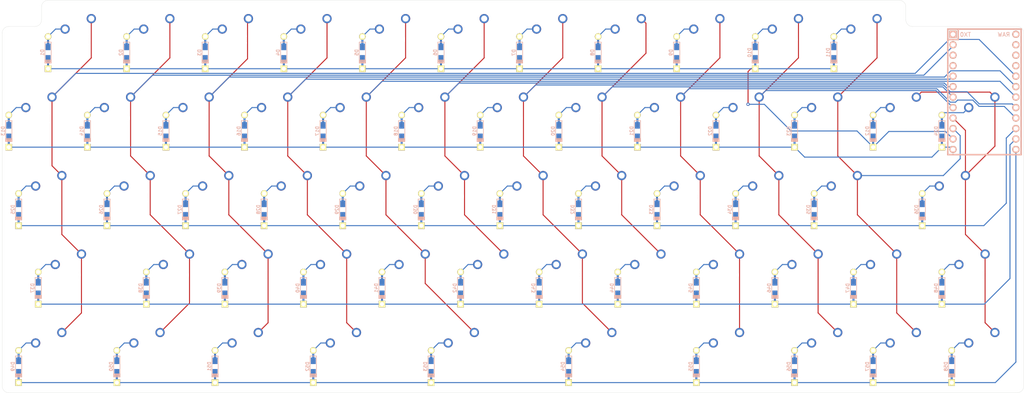
<source format=kicad_pcb>
(kicad_pcb (version 20171130) (host pcbnew "(5.1.5-0-10_14)")
  (layers (0 F.Cu signal) (31 B.Cu signal) (34 B.Paste user) (35 F.Paste user) (36 B.SilkS user) (37 F.SilkS user) (38 B.Mask user) (39 F.Mask user) (44 Edge.Cuts user))
  (net 0 "")
  (net 1 ROW0)
  (net 2 "Net-(D1-Pad2)")
  (net 3 "Net-(D2-Pad2)")
  (net 4 "Net-(D3-Pad2)")
  (net 5 "Net-(D4-Pad2)")
  (net 6 "Net-(D5-Pad2)")
  (net 7 "Net-(D6-Pad2)")
  (net 8 "Net-(D7-Pad2)")
  (net 9 "Net-(D8-Pad2)")
  (net 10 "Net-(D9-Pad2)")
  (net 11 "Net-(D10-Pad2)")
  (net 12 "Net-(D11-Pad2)")
  (net 13 "Net-(D12-Pad2)")
  (net 14 ROW1)
  (net 15 "Net-(D13-Pad2)")
  (net 16 "Net-(D14-Pad2)")
  (net 17 "Net-(D15-Pad2)")
  (net 18 "Net-(D16-Pad2)")
  (net 19 "Net-(D17-Pad2)")
  (net 20 "Net-(D18-Pad2)")
  (net 21 "Net-(D19-Pad2)")
  (net 22 "Net-(D20-Pad2)")
  (net 23 "Net-(D21-Pad2)")
  (net 24 "Net-(D22-Pad2)")
  (net 25 "Net-(D23-Pad2)")
  (net 26 "Net-(D24-Pad2)")
  (net 27 ROW2)
  (net 28 "Net-(D25-Pad2)")
  (net 29 "Net-(D26-Pad2)")
  (net 30 "Net-(D27-Pad2)")
  (net 31 "Net-(D28-Pad2)")
  (net 32 "Net-(D29-Pad2)")
  (net 33 "Net-(D30-Pad2)")
  (net 34 "Net-(D31-Pad2)")
  (net 35 "Net-(D32-Pad2)")
  (net 36 "Net-(D33-Pad2)")
  (net 37 "Net-(D34-Pad2)")
  (net 38 "Net-(D35-Pad2)")
  (net 39 "Net-(D36-Pad2)")
  (net 40 ROW3)
  (net 41 "Net-(D37-Pad2)")
  (net 42 "Net-(D38-Pad2)")
  (net 43 "Net-(D39-Pad2)")
  (net 44 "Net-(D40-Pad2)")
  (net 45 "Net-(D41-Pad2)")
  (net 46 "Net-(D42-Pad2)")
  (net 47 "Net-(D43-Pad2)")
  (net 48 "Net-(D44-Pad2)")
  (net 49 "Net-(D45-Pad2)")
  (net 50 "Net-(D46-Pad2)")
  (net 51 "Net-(D47-Pad2)")
  (net 52 "Net-(D48-Pad2)")
  (net 53 ROW4)
  (net 54 "Net-(D49-Pad2)")
  (net 55 "Net-(D50-Pad2)")
  (net 56 "Net-(D51-Pad2)")
  (net 57 "Net-(D52-Pad2)")
  (net 58 "Net-(D53-Pad2)")
  (net 59 "Net-(D54-Pad2)")
  (net 60 "Net-(D55-Pad2)")
  (net 61 "Net-(D56-Pad2)")
  (net 62 "Net-(D57-Pad2)")
  (net 63 "Net-(D58-Pad2)")
  (net 64 COL0)
  (net 65 COL1)
  (net 66 COL2)
  (net 67 COL3)
  (net 68 COL4)
  (net 69 COL5)
  (net 70 COL6)
  (net 71 COL7)
  (net 72 COL8)
  (net 73 COL9)
  (net 74 COLA)
  (net 75 COLB)
  (module Keebio-Parts:ArduinoProMicro-BackSide (layer F.Cu) (at 270.66875 67.46875 270)
    (fp_text reference U1 hide)
    (fp_text value ProMicro hide)
    (fp_text user RAW (at -13.9 -4.7) (layer B.SilkS) (effects (justify mirror)))
    (fp_text user TX0 (at -13.9 4.6) (layer B.SilkS) (effects (justify mirror)))
    (pad 24 thru_hole circle (at -13.97 -7.62 270) (size 1.7526 1.7526) (drill 1.0922) (layers *.Cu *.SilkS *.Mask))
    (pad 12 thru_hole circle (at 13.97 7.62 270) (size 1.7526 1.7526) (drill 1.0922) (layers *.Cu *.SilkS *.Mask) (net 14 ROW1))
    (pad 23 thru_hole circle (at -11.43 -7.62 270) (size 1.7526 1.7526) (drill 1.0922) (layers *.Cu *.SilkS *.Mask))
    (pad 22 thru_hole circle (at -8.89 -7.62 270) (size 1.7526 1.7526) (drill 1.0922) (layers *.Cu *.SilkS *.Mask))
    (pad 21 thru_hole circle (at -6.35 -7.62 270) (size 1.7526 1.7526) (drill 1.0922) (layers *.Cu *.SilkS *.Mask))
    (pad 20 thru_hole circle (at -3.81 -7.62 270) (size 1.7526 1.7526) (drill 1.0922) (layers *.Cu *.SilkS *.Mask) (net 64 COL0))
    (pad 19 thru_hole circle (at -1.27 -7.62 270) (size 1.7526 1.7526) (drill 1.0922) (layers *.Cu *.SilkS *.Mask) (net 66 COL2))
    (pad 18 thru_hole circle (at 1.27 -7.62 270) (size 1.7526 1.7526) (drill 1.0922) (layers *.Cu *.SilkS *.Mask) (net 68 COL4))
    (pad 17 thru_hole circle (at 3.81 -7.62 270) (size 1.7526 1.7526) (drill 1.0922) (layers *.Cu *.SilkS *.Mask) (net 70 COL6))
    (pad 16 thru_hole circle (at 6.35 -7.62 270) (size 1.7526 1.7526) (drill 1.0922) (layers *.Cu *.SilkS *.Mask) (net 72 COL8))
    (pad 15 thru_hole circle (at 8.89 -7.62 270) (size 1.7526 1.7526) (drill 1.0922) (layers *.Cu *.SilkS *.Mask) (net 27 ROW2))
    (pad 14 thru_hole circle (at 11.43 -7.62 270) (size 1.7526 1.7526) (drill 1.0922) (layers *.Cu *.SilkS *.Mask) (net 40 ROW3))
    (pad 13 thru_hole circle (at 13.97 -7.62 270) (size 1.7526 1.7526) (drill 1.0922) (layers *.Cu *.SilkS *.Mask) (net 53 ROW4))
    (pad 11 thru_hole circle (at 11.43 7.62 270) (size 1.7526 1.7526) (drill 1.0922) (layers *.Cu *.SilkS *.Mask) (net 1 ROW0))
    (pad 10 thru_hole circle (at 8.89 7.62 270) (size 1.7526 1.7526) (drill 1.0922) (layers *.Cu *.SilkS *.Mask) (net 74 COLA))
    (pad 9 thru_hole circle (at 6.35 7.62 270) (size 1.7526 1.7526) (drill 1.0922) (layers *.Cu *.SilkS *.Mask) (net 75 COLB))
    (pad 8 thru_hole circle (at 3.81 7.62 270) (size 1.7526 1.7526) (drill 1.0922) (layers *.Cu *.SilkS *.Mask) (net 73 COL9))
    (pad 7 thru_hole circle (at 1.27 7.62 270) (size 1.7526 1.7526) (drill 1.0922) (layers *.Cu *.SilkS *.Mask) (net 71 COL7))
    (pad 6 thru_hole circle (at -1.27 7.62 270) (size 1.7526 1.7526) (drill 1.0922) (layers *.Cu *.SilkS *.Mask) (net 69 COL5))
    (pad 5 thru_hole circle (at -3.81 7.62 270) (size 1.7526 1.7526) (drill 1.0922) (layers *.Cu *.SilkS *.Mask) (net 67 COL3))
    (pad 4 thru_hole circle (at -6.35 7.62 270) (size 1.7526 1.7526) (drill 1.0922) (layers *.Cu *.SilkS *.Mask))
    (pad 3 thru_hole circle (at -8.89 7.62 270) (size 1.7526 1.7526) (drill 1.0922) (layers *.Cu *.SilkS *.Mask))
    (pad 2 thru_hole circle (at -11.43 7.62 270) (size 1.7526 1.7526) (drill 1.0922) (layers *.Cu *.SilkS *.Mask) (net 65 COL1))
    (pad 1 thru_hole rect (at -13.97 7.62 270) (size 1.7526 1.7526) (drill 1.0922) (layers *.Cu *.SilkS *.Mask))
  )
  (module MX_Only:MXOnly-1U-NoLED (layer F.Cu) (at 270.66875 130.96875)
    (fp_text reference SW58)
    (fp_text value SW_Push)
    (pad 2 thru_hole circle (at 2.54 -5.08) (size 2.25 2.25) (drill 1.47) (layers *.Cu B.Mask) (net 75 COLB))
    (pad "" np_thru_hole circle (at 0 0) (size 3.9878 3.9878) (drill 3.9878) (layers *.Cu *.Mask))
    (pad 1 thru_hole circle (at -3.81 -2.54) (size 2.25 2.25) (drill 1.47) (layers *.Cu B.Mask) (net 63 "Net-(D58-Pad2)"))
    (pad "" np_thru_hole circle (at -5.08 0 48.0996) (size 1.75 1.75) (drill 1.75) (layers *.Cu *.Mask))
    (pad "" np_thru_hole circle (at 5.08 0 48.0996) (size 1.75 1.75) (drill 1.75) (layers *.Cu *.Mask))
  )
  (module MX_Only:MXOnly-1U-NoLED (layer F.Cu) (at 251.61875 130.96875)
    (fp_text reference SW57)
    (fp_text value SW_Push)
    (pad 2 thru_hole circle (at 2.54 -5.08) (size 2.25 2.25) (drill 1.47) (layers *.Cu B.Mask) (net 74 COLA))
    (pad "" np_thru_hole circle (at 0 0) (size 3.9878 3.9878) (drill 3.9878) (layers *.Cu *.Mask))
    (pad 1 thru_hole circle (at -3.81 -2.54) (size 2.25 2.25) (drill 1.47) (layers *.Cu B.Mask) (net 62 "Net-(D57-Pad2)"))
    (pad "" np_thru_hole circle (at -5.08 0 48.0996) (size 1.75 1.75) (drill 1.75) (layers *.Cu *.Mask))
    (pad "" np_thru_hole circle (at 5.08 0 48.0996) (size 1.75 1.75) (drill 1.75) (layers *.Cu *.Mask))
  )
  (module MX_Only:MXOnly-1U-NoLED (layer F.Cu) (at 232.56875 130.96875)
    (fp_text reference SW56)
    (fp_text value SW_Push)
    (pad 2 thru_hole circle (at 2.54 -5.08) (size 2.25 2.25) (drill 1.47) (layers *.Cu B.Mask) (net 73 COL9))
    (pad "" np_thru_hole circle (at 0 0) (size 3.9878 3.9878) (drill 3.9878) (layers *.Cu *.Mask))
    (pad 1 thru_hole circle (at -3.81 -2.54) (size 2.25 2.25) (drill 1.47) (layers *.Cu B.Mask) (net 61 "Net-(D56-Pad2)"))
    (pad "" np_thru_hole circle (at -5.08 0 48.0996) (size 1.75 1.75) (drill 1.75) (layers *.Cu *.Mask))
    (pad "" np_thru_hole circle (at 5.08 0 48.0996) (size 1.75 1.75) (drill 1.75) (layers *.Cu *.Mask))
  )
  (module MX_Only:MXOnly-1.5U-NoLED (layer F.Cu) (at 208.75625 130.96875)
    (fp_text reference SW55)
    (fp_text value SW_Push)
    (pad 2 thru_hole circle (at 2.54 -5.08) (size 2.25 2.25) (drill 1.47) (layers *.Cu B.Mask) (net 72 COL8))
    (pad "" np_thru_hole circle (at 0 0) (size 3.9878 3.9878) (drill 3.9878) (layers *.Cu *.Mask))
    (pad 1 thru_hole circle (at -3.81 -2.54) (size 2.25 2.25) (drill 1.47) (layers *.Cu B.Mask) (net 60 "Net-(D55-Pad2)"))
    (pad "" np_thru_hole circle (at -5.08 0 48.0996) (size 1.75 1.75) (drill 1.75) (layers *.Cu *.Mask))
    (pad "" np_thru_hole circle (at 5.08 0 48.0996) (size 1.75 1.75) (drill 1.75) (layers *.Cu *.Mask))
  )
  (module MX_Only:MXOnly-1.75U-NoLED (layer F.Cu) (at 177.8 130.96875)
    (fp_text reference SW54)
    (fp_text value SW_Push)
    (pad 2 thru_hole circle (at 2.54 -5.08) (size 2.25 2.25) (drill 1.47) (layers *.Cu B.Mask) (net 70 COL6))
    (pad "" np_thru_hole circle (at 0 0) (size 3.9878 3.9878) (drill 3.9878) (layers *.Cu *.Mask))
    (pad 1 thru_hole circle (at -3.81 -2.54) (size 2.25 2.25) (drill 1.47) (layers *.Cu B.Mask) (net 59 "Net-(D54-Pad2)"))
    (pad "" np_thru_hole circle (at -5.08 0 48.0996) (size 1.75 1.75) (drill 1.75) (layers *.Cu *.Mask))
    (pad "" np_thru_hole circle (at 5.08 0 48.0996) (size 1.75 1.75) (drill 1.75) (layers *.Cu *.Mask))
  )
  (module MX_Only:MXOnly-1.75U-NoLED (layer F.Cu) (at 144.4625 130.96875)
    (fp_text reference SW53)
    (fp_text value SW_Push)
    (pad 2 thru_hole circle (at 2.54 -5.08) (size 2.25 2.25) (drill 1.47) (layers *.Cu B.Mask) (net 68 COL4))
    (pad "" np_thru_hole circle (at 0 0) (size 3.9878 3.9878) (drill 3.9878) (layers *.Cu *.Mask))
    (pad 1 thru_hole circle (at -3.81 -2.54) (size 2.25 2.25) (drill 1.47) (layers *.Cu B.Mask) (net 58 "Net-(D53-Pad2)"))
    (pad "" np_thru_hole circle (at -5.08 0 48.0996) (size 1.75 1.75) (drill 1.75) (layers *.Cu *.Mask))
    (pad "" np_thru_hole circle (at 5.08 0 48.0996) (size 1.75 1.75) (drill 1.75) (layers *.Cu *.Mask))
  )
  (module MX_Only:MXOnly-1.25U-NoLED (layer F.Cu) (at 115.8875 130.96875)
    (fp_text reference SW52)
    (fp_text value SW_Push)
    (pad 2 thru_hole circle (at 2.54 -5.08) (size 2.25 2.25) (drill 1.47) (layers *.Cu B.Mask) (net 67 COL3))
    (pad "" np_thru_hole circle (at 0 0) (size 3.9878 3.9878) (drill 3.9878) (layers *.Cu *.Mask))
    (pad 1 thru_hole circle (at -3.81 -2.54) (size 2.25 2.25) (drill 1.47) (layers *.Cu B.Mask) (net 57 "Net-(D52-Pad2)"))
    (pad "" np_thru_hole circle (at -5.08 0 48.0996) (size 1.75 1.75) (drill 1.75) (layers *.Cu *.Mask))
    (pad "" np_thru_hole circle (at 5.08 0 48.0996) (size 1.75 1.75) (drill 1.75) (layers *.Cu *.Mask))
  )
  (module MX_Only:MXOnly-1.25U-NoLED (layer F.Cu) (at 92.075 130.96875)
    (fp_text reference SW51)
    (fp_text value SW_Push)
    (pad 2 thru_hole circle (at 2.54 -5.08) (size 2.25 2.25) (drill 1.47) (layers *.Cu B.Mask) (net 66 COL2))
    (pad "" np_thru_hole circle (at 0 0) (size 3.9878 3.9878) (drill 3.9878) (layers *.Cu *.Mask))
    (pad 1 thru_hole circle (at -3.81 -2.54) (size 2.25 2.25) (drill 1.47) (layers *.Cu B.Mask) (net 56 "Net-(D51-Pad2)"))
    (pad "" np_thru_hole circle (at -5.08 0 48.0996) (size 1.75 1.75) (drill 1.75) (layers *.Cu *.Mask))
    (pad "" np_thru_hole circle (at 5.08 0 48.0996) (size 1.75 1.75) (drill 1.75) (layers *.Cu *.Mask))
  )
  (module MX_Only:MXOnly-1.25U-NoLED (layer F.Cu) (at 68.2625 130.96875)
    (fp_text reference SW50)
    (fp_text value SW_Push)
    (pad 2 thru_hole circle (at 2.54 -5.08) (size 2.25 2.25) (drill 1.47) (layers *.Cu B.Mask) (net 65 COL1))
    (pad "" np_thru_hole circle (at 0 0) (size 3.9878 3.9878) (drill 3.9878) (layers *.Cu *.Mask))
    (pad 1 thru_hole circle (at -3.81 -2.54) (size 2.25 2.25) (drill 1.47) (layers *.Cu B.Mask) (net 55 "Net-(D50-Pad2)"))
    (pad "" np_thru_hole circle (at -5.08 0 48.0996) (size 1.75 1.75) (drill 1.75) (layers *.Cu *.Mask))
    (pad "" np_thru_hole circle (at 5.08 0 48.0996) (size 1.75 1.75) (drill 1.75) (layers *.Cu *.Mask))
  )
  (module MX_Only:MXOnly-1.25U-NoLED (layer F.Cu) (at 44.45 130.96875)
    (fp_text reference SW49)
    (fp_text value SW_Push)
    (pad 2 thru_hole circle (at 2.54 -5.08) (size 2.25 2.25) (drill 1.47) (layers *.Cu B.Mask) (net 64 COL0))
    (pad "" np_thru_hole circle (at 0 0) (size 3.9878 3.9878) (drill 3.9878) (layers *.Cu *.Mask))
    (pad 1 thru_hole circle (at -3.81 -2.54) (size 2.25 2.25) (drill 1.47) (layers *.Cu B.Mask) (net 54 "Net-(D49-Pad2)"))
    (pad "" np_thru_hole circle (at -5.08 0 48.0996) (size 1.75 1.75) (drill 1.75) (layers *.Cu *.Mask))
    (pad "" np_thru_hole circle (at 5.08 0 48.0996) (size 1.75 1.75) (drill 1.75) (layers *.Cu *.Mask))
  )
  (module MX_Only:MXOnly-1.25U-NoLED (layer F.Cu) (at 268.2875 111.91875)
    (fp_text reference SW48)
    (fp_text value SW_Push)
    (pad 2 thru_hole circle (at 2.54 -5.08) (size 2.25 2.25) (drill 1.47) (layers *.Cu B.Mask) (net 75 COLB))
    (pad "" np_thru_hole circle (at 0 0) (size 3.9878 3.9878) (drill 3.9878) (layers *.Cu *.Mask))
    (pad 1 thru_hole circle (at -3.81 -2.54) (size 2.25 2.25) (drill 1.47) (layers *.Cu B.Mask) (net 52 "Net-(D48-Pad2)"))
    (pad "" np_thru_hole circle (at -5.08 0 48.0996) (size 1.75 1.75) (drill 1.75) (layers *.Cu *.Mask))
    (pad "" np_thru_hole circle (at 5.08 0 48.0996) (size 1.75 1.75) (drill 1.75) (layers *.Cu *.Mask))
  )
  (module MX_Only:MXOnly-1U-NoLED (layer F.Cu) (at 246.85625 111.91875)
    (fp_text reference SW47)
    (fp_text value SW_Push)
    (pad 2 thru_hole circle (at 2.54 -5.08) (size 2.25 2.25) (drill 1.47) (layers *.Cu B.Mask) (net 74 COLA))
    (pad "" np_thru_hole circle (at 0 0) (size 3.9878 3.9878) (drill 3.9878) (layers *.Cu *.Mask))
    (pad 1 thru_hole circle (at -3.81 -2.54) (size 2.25 2.25) (drill 1.47) (layers *.Cu B.Mask) (net 51 "Net-(D47-Pad2)"))
    (pad "" np_thru_hole circle (at -5.08 0 48.0996) (size 1.75 1.75) (drill 1.75) (layers *.Cu *.Mask))
    (pad "" np_thru_hole circle (at 5.08 0 48.0996) (size 1.75 1.75) (drill 1.75) (layers *.Cu *.Mask))
  )
  (module MX_Only:MXOnly-1U-NoLED (layer F.Cu) (at 227.80625 111.91875)
    (fp_text reference SW46)
    (fp_text value SW_Push)
    (pad 2 thru_hole circle (at 2.54 -5.08) (size 2.25 2.25) (drill 1.47) (layers *.Cu B.Mask) (net 73 COL9))
    (pad "" np_thru_hole circle (at 0 0) (size 3.9878 3.9878) (drill 3.9878) (layers *.Cu *.Mask))
    (pad 1 thru_hole circle (at -3.81 -2.54) (size 2.25 2.25) (drill 1.47) (layers *.Cu B.Mask) (net 50 "Net-(D46-Pad2)"))
    (pad "" np_thru_hole circle (at -5.08 0 48.0996) (size 1.75 1.75) (drill 1.75) (layers *.Cu *.Mask))
    (pad "" np_thru_hole circle (at 5.08 0 48.0996) (size 1.75 1.75) (drill 1.75) (layers *.Cu *.Mask))
  )
  (module MX_Only:MXOnly-1U-NoLED (layer F.Cu) (at 208.75625 111.91875)
    (fp_text reference SW45)
    (fp_text value SW_Push)
    (pad 2 thru_hole circle (at 2.54 -5.08) (size 2.25 2.25) (drill 1.47) (layers *.Cu B.Mask) (net 72 COL8))
    (pad "" np_thru_hole circle (at 0 0) (size 3.9878 3.9878) (drill 3.9878) (layers *.Cu *.Mask))
    (pad 1 thru_hole circle (at -3.81 -2.54) (size 2.25 2.25) (drill 1.47) (layers *.Cu B.Mask) (net 49 "Net-(D45-Pad2)"))
    (pad "" np_thru_hole circle (at -5.08 0 48.0996) (size 1.75 1.75) (drill 1.75) (layers *.Cu *.Mask))
    (pad "" np_thru_hole circle (at 5.08 0 48.0996) (size 1.75 1.75) (drill 1.75) (layers *.Cu *.Mask))
  )
  (module MX_Only:MXOnly-1U-NoLED (layer F.Cu) (at 189.70625 111.91875)
    (fp_text reference SW44)
    (fp_text value SW_Push)
    (pad 2 thru_hole circle (at 2.54 -5.08) (size 2.25 2.25) (drill 1.47) (layers *.Cu B.Mask) (net 71 COL7))
    (pad "" np_thru_hole circle (at 0 0) (size 3.9878 3.9878) (drill 3.9878) (layers *.Cu *.Mask))
    (pad 1 thru_hole circle (at -3.81 -2.54) (size 2.25 2.25) (drill 1.47) (layers *.Cu B.Mask) (net 48 "Net-(D44-Pad2)"))
    (pad "" np_thru_hole circle (at -5.08 0 48.0996) (size 1.75 1.75) (drill 1.75) (layers *.Cu *.Mask))
    (pad "" np_thru_hole circle (at 5.08 0 48.0996) (size 1.75 1.75) (drill 1.75) (layers *.Cu *.Mask))
  )
  (module MX_Only:MXOnly-1U-NoLED (layer F.Cu) (at 170.65625 111.91875)
    (fp_text reference SW43)
    (fp_text value SW_Push)
    (pad 2 thru_hole circle (at 2.54 -5.08) (size 2.25 2.25) (drill 1.47) (layers *.Cu B.Mask) (net 70 COL6))
    (pad "" np_thru_hole circle (at 0 0) (size 3.9878 3.9878) (drill 3.9878) (layers *.Cu *.Mask))
    (pad 1 thru_hole circle (at -3.81 -2.54) (size 2.25 2.25) (drill 1.47) (layers *.Cu B.Mask) (net 47 "Net-(D43-Pad2)"))
    (pad "" np_thru_hole circle (at -5.08 0 48.0996) (size 1.75 1.75) (drill 1.75) (layers *.Cu *.Mask))
    (pad "" np_thru_hole circle (at 5.08 0 48.0996) (size 1.75 1.75) (drill 1.75) (layers *.Cu *.Mask))
  )
  (module MX_Only:MXOnly-1U-NoLED (layer F.Cu) (at 151.60625 111.91875)
    (fp_text reference SW42)
    (fp_text value SW_Push)
    (pad 2 thru_hole circle (at 2.54 -5.08) (size 2.25 2.25) (drill 1.47) (layers *.Cu B.Mask) (net 69 COL5))
    (pad "" np_thru_hole circle (at 0 0) (size 3.9878 3.9878) (drill 3.9878) (layers *.Cu *.Mask))
    (pad 1 thru_hole circle (at -3.81 -2.54) (size 2.25 2.25) (drill 1.47) (layers *.Cu B.Mask) (net 46 "Net-(D42-Pad2)"))
    (pad "" np_thru_hole circle (at -5.08 0 48.0996) (size 1.75 1.75) (drill 1.75) (layers *.Cu *.Mask))
    (pad "" np_thru_hole circle (at 5.08 0 48.0996) (size 1.75 1.75) (drill 1.75) (layers *.Cu *.Mask))
  )
  (module MX_Only:MXOnly-1U-NoLED (layer F.Cu) (at 132.55625 111.91875)
    (fp_text reference SW41)
    (fp_text value SW_Push)
    (pad 2 thru_hole circle (at 2.54 -5.08) (size 2.25 2.25) (drill 1.47) (layers *.Cu B.Mask) (net 68 COL4))
    (pad "" np_thru_hole circle (at 0 0) (size 3.9878 3.9878) (drill 3.9878) (layers *.Cu *.Mask))
    (pad 1 thru_hole circle (at -3.81 -2.54) (size 2.25 2.25) (drill 1.47) (layers *.Cu B.Mask) (net 45 "Net-(D41-Pad2)"))
    (pad "" np_thru_hole circle (at -5.08 0 48.0996) (size 1.75 1.75) (drill 1.75) (layers *.Cu *.Mask))
    (pad "" np_thru_hole circle (at 5.08 0 48.0996) (size 1.75 1.75) (drill 1.75) (layers *.Cu *.Mask))
  )
  (module MX_Only:MXOnly-1U-NoLED (layer F.Cu) (at 113.50625 111.91875)
    (fp_text reference SW40)
    (fp_text value SW_Push)
    (pad 2 thru_hole circle (at 2.54 -5.08) (size 2.25 2.25) (drill 1.47) (layers *.Cu B.Mask) (net 67 COL3))
    (pad "" np_thru_hole circle (at 0 0) (size 3.9878 3.9878) (drill 3.9878) (layers *.Cu *.Mask))
    (pad 1 thru_hole circle (at -3.81 -2.54) (size 2.25 2.25) (drill 1.47) (layers *.Cu B.Mask) (net 44 "Net-(D40-Pad2)"))
    (pad "" np_thru_hole circle (at -5.08 0 48.0996) (size 1.75 1.75) (drill 1.75) (layers *.Cu *.Mask))
    (pad "" np_thru_hole circle (at 5.08 0 48.0996) (size 1.75 1.75) (drill 1.75) (layers *.Cu *.Mask))
  )
  (module MX_Only:MXOnly-1U-NoLED (layer F.Cu) (at 94.45625 111.91875)
    (fp_text reference SW39)
    (fp_text value SW_Push)
    (pad 2 thru_hole circle (at 2.54 -5.08) (size 2.25 2.25) (drill 1.47) (layers *.Cu B.Mask) (net 66 COL2))
    (pad "" np_thru_hole circle (at 0 0) (size 3.9878 3.9878) (drill 3.9878) (layers *.Cu *.Mask))
    (pad 1 thru_hole circle (at -3.81 -2.54) (size 2.25 2.25) (drill 1.47) (layers *.Cu B.Mask) (net 43 "Net-(D39-Pad2)"))
    (pad "" np_thru_hole circle (at -5.08 0 48.0996) (size 1.75 1.75) (drill 1.75) (layers *.Cu *.Mask))
    (pad "" np_thru_hole circle (at 5.08 0 48.0996) (size 1.75 1.75) (drill 1.75) (layers *.Cu *.Mask))
  )
  (module MX_Only:MXOnly-1U-NoLED (layer F.Cu) (at 75.40625 111.91875)
    (fp_text reference SW38)
    (fp_text value SW_Push)
    (pad 2 thru_hole circle (at 2.54 -5.08) (size 2.25 2.25) (drill 1.47) (layers *.Cu B.Mask) (net 65 COL1))
    (pad "" np_thru_hole circle (at 0 0) (size 3.9878 3.9878) (drill 3.9878) (layers *.Cu *.Mask))
    (pad 1 thru_hole circle (at -3.81 -2.54) (size 2.25 2.25) (drill 1.47) (layers *.Cu B.Mask) (net 42 "Net-(D38-Pad2)"))
    (pad "" np_thru_hole circle (at -5.08 0 48.0996) (size 1.75 1.75) (drill 1.75) (layers *.Cu *.Mask))
    (pad "" np_thru_hole circle (at 5.08 0 48.0996) (size 1.75 1.75) (drill 1.75) (layers *.Cu *.Mask))
  )
  (module MX_Only:MXOnly-1.75U-NoLED (layer F.Cu) (at 49.2125 111.91875)
    (fp_text reference SW37)
    (fp_text value SW_Push)
    (pad 2 thru_hole circle (at 2.54 -5.08) (size 2.25 2.25) (drill 1.47) (layers *.Cu B.Mask) (net 64 COL0))
    (pad "" np_thru_hole circle (at 0 0) (size 3.9878 3.9878) (drill 3.9878) (layers *.Cu *.Mask))
    (pad 1 thru_hole circle (at -3.81 -2.54) (size 2.25 2.25) (drill 1.47) (layers *.Cu B.Mask) (net 41 "Net-(D37-Pad2)"))
    (pad "" np_thru_hole circle (at -5.08 0 48.0996) (size 1.75 1.75) (drill 1.75) (layers *.Cu *.Mask))
    (pad "" np_thru_hole circle (at 5.08 0 48.0996) (size 1.75 1.75) (drill 1.75) (layers *.Cu *.Mask))
  )
  (module MX_Only:MXOnly-1.75U-NoLED (layer F.Cu) (at 263.525 92.86875)
    (fp_text reference SW36)
    (fp_text value SW_Push)
    (pad 2 thru_hole circle (at 2.54 -5.08) (size 2.25 2.25) (drill 1.47) (layers *.Cu B.Mask) (net 75 COLB))
    (pad "" np_thru_hole circle (at 0 0) (size 3.9878 3.9878) (drill 3.9878) (layers *.Cu *.Mask))
    (pad 1 thru_hole circle (at -3.81 -2.54) (size 2.25 2.25) (drill 1.47) (layers *.Cu B.Mask) (net 39 "Net-(D36-Pad2)"))
    (pad "" np_thru_hole circle (at -5.08 0 48.0996) (size 1.75 1.75) (drill 1.75) (layers *.Cu *.Mask))
    (pad "" np_thru_hole circle (at 5.08 0 48.0996) (size 1.75 1.75) (drill 1.75) (layers *.Cu *.Mask))
  )
  (module MX_Only:MXOnly-1U-NoLED (layer F.Cu) (at 237.33125 92.86875)
    (fp_text reference SW35)
    (fp_text value SW_Push)
    (pad 2 thru_hole circle (at 2.54 -5.08) (size 2.25 2.25) (drill 1.47) (layers *.Cu B.Mask) (net 74 COLA))
    (pad "" np_thru_hole circle (at 0 0) (size 3.9878 3.9878) (drill 3.9878) (layers *.Cu *.Mask))
    (pad 1 thru_hole circle (at -3.81 -2.54) (size 2.25 2.25) (drill 1.47) (layers *.Cu B.Mask) (net 38 "Net-(D35-Pad2)"))
    (pad "" np_thru_hole circle (at -5.08 0 48.0996) (size 1.75 1.75) (drill 1.75) (layers *.Cu *.Mask))
    (pad "" np_thru_hole circle (at 5.08 0 48.0996) (size 1.75 1.75) (drill 1.75) (layers *.Cu *.Mask))
  )
  (module MX_Only:MXOnly-1U-NoLED (layer F.Cu) (at 218.28125 92.86875)
    (fp_text reference SW34)
    (fp_text value SW_Push)
    (pad 2 thru_hole circle (at 2.54 -5.08) (size 2.25 2.25) (drill 1.47) (layers *.Cu B.Mask) (net 73 COL9))
    (pad "" np_thru_hole circle (at 0 0) (size 3.9878 3.9878) (drill 3.9878) (layers *.Cu *.Mask))
    (pad 1 thru_hole circle (at -3.81 -2.54) (size 2.25 2.25) (drill 1.47) (layers *.Cu B.Mask) (net 37 "Net-(D34-Pad2)"))
    (pad "" np_thru_hole circle (at -5.08 0 48.0996) (size 1.75 1.75) (drill 1.75) (layers *.Cu *.Mask))
    (pad "" np_thru_hole circle (at 5.08 0 48.0996) (size 1.75 1.75) (drill 1.75) (layers *.Cu *.Mask))
  )
  (module MX_Only:MXOnly-1U-NoLED (layer F.Cu) (at 199.23125 92.86875)
    (fp_text reference SW33)
    (fp_text value SW_Push)
    (pad 2 thru_hole circle (at 2.54 -5.08) (size 2.25 2.25) (drill 1.47) (layers *.Cu B.Mask) (net 72 COL8))
    (pad "" np_thru_hole circle (at 0 0) (size 3.9878 3.9878) (drill 3.9878) (layers *.Cu *.Mask))
    (pad 1 thru_hole circle (at -3.81 -2.54) (size 2.25 2.25) (drill 1.47) (layers *.Cu B.Mask) (net 36 "Net-(D33-Pad2)"))
    (pad "" np_thru_hole circle (at -5.08 0 48.0996) (size 1.75 1.75) (drill 1.75) (layers *.Cu *.Mask))
    (pad "" np_thru_hole circle (at 5.08 0 48.0996) (size 1.75 1.75) (drill 1.75) (layers *.Cu *.Mask))
  )
  (module MX_Only:MXOnly-1U-NoLED (layer F.Cu) (at 180.18125 92.86875)
    (fp_text reference SW32)
    (fp_text value SW_Push)
    (pad 2 thru_hole circle (at 2.54 -5.08) (size 2.25 2.25) (drill 1.47) (layers *.Cu B.Mask) (net 71 COL7))
    (pad "" np_thru_hole circle (at 0 0) (size 3.9878 3.9878) (drill 3.9878) (layers *.Cu *.Mask))
    (pad 1 thru_hole circle (at -3.81 -2.54) (size 2.25 2.25) (drill 1.47) (layers *.Cu B.Mask) (net 35 "Net-(D32-Pad2)"))
    (pad "" np_thru_hole circle (at -5.08 0 48.0996) (size 1.75 1.75) (drill 1.75) (layers *.Cu *.Mask))
    (pad "" np_thru_hole circle (at 5.08 0 48.0996) (size 1.75 1.75) (drill 1.75) (layers *.Cu *.Mask))
  )
  (module MX_Only:MXOnly-1U-NoLED (layer F.Cu) (at 161.13125 92.86875)
    (fp_text reference SW31)
    (fp_text value SW_Push)
    (pad 2 thru_hole circle (at 2.54 -5.08) (size 2.25 2.25) (drill 1.47) (layers *.Cu B.Mask) (net 70 COL6))
    (pad "" np_thru_hole circle (at 0 0) (size 3.9878 3.9878) (drill 3.9878) (layers *.Cu *.Mask))
    (pad 1 thru_hole circle (at -3.81 -2.54) (size 2.25 2.25) (drill 1.47) (layers *.Cu B.Mask) (net 34 "Net-(D31-Pad2)"))
    (pad "" np_thru_hole circle (at -5.08 0 48.0996) (size 1.75 1.75) (drill 1.75) (layers *.Cu *.Mask))
    (pad "" np_thru_hole circle (at 5.08 0 48.0996) (size 1.75 1.75) (drill 1.75) (layers *.Cu *.Mask))
  )
  (module MX_Only:MXOnly-1U-NoLED (layer F.Cu) (at 142.08125 92.86875)
    (fp_text reference SW30)
    (fp_text value SW_Push)
    (pad 2 thru_hole circle (at 2.54 -5.08) (size 2.25 2.25) (drill 1.47) (layers *.Cu B.Mask) (net 69 COL5))
    (pad "" np_thru_hole circle (at 0 0) (size 3.9878 3.9878) (drill 3.9878) (layers *.Cu *.Mask))
    (pad 1 thru_hole circle (at -3.81 -2.54) (size 2.25 2.25) (drill 1.47) (layers *.Cu B.Mask) (net 33 "Net-(D30-Pad2)"))
    (pad "" np_thru_hole circle (at -5.08 0 48.0996) (size 1.75 1.75) (drill 1.75) (layers *.Cu *.Mask))
    (pad "" np_thru_hole circle (at 5.08 0 48.0996) (size 1.75 1.75) (drill 1.75) (layers *.Cu *.Mask))
  )
  (module MX_Only:MXOnly-1U-NoLED (layer F.Cu) (at 123.03125 92.86875)
    (fp_text reference SW29)
    (fp_text value SW_Push)
    (pad 2 thru_hole circle (at 2.54 -5.08) (size 2.25 2.25) (drill 1.47) (layers *.Cu B.Mask) (net 68 COL4))
    (pad "" np_thru_hole circle (at 0 0) (size 3.9878 3.9878) (drill 3.9878) (layers *.Cu *.Mask))
    (pad 1 thru_hole circle (at -3.81 -2.54) (size 2.25 2.25) (drill 1.47) (layers *.Cu B.Mask) (net 32 "Net-(D29-Pad2)"))
    (pad "" np_thru_hole circle (at -5.08 0 48.0996) (size 1.75 1.75) (drill 1.75) (layers *.Cu *.Mask))
    (pad "" np_thru_hole circle (at 5.08 0 48.0996) (size 1.75 1.75) (drill 1.75) (layers *.Cu *.Mask))
  )
  (module MX_Only:MXOnly-1U-NoLED (layer F.Cu) (at 103.98125 92.86875)
    (fp_text reference SW28)
    (fp_text value SW_Push)
    (pad 2 thru_hole circle (at 2.54 -5.08) (size 2.25 2.25) (drill 1.47) (layers *.Cu B.Mask) (net 67 COL3))
    (pad "" np_thru_hole circle (at 0 0) (size 3.9878 3.9878) (drill 3.9878) (layers *.Cu *.Mask))
    (pad 1 thru_hole circle (at -3.81 -2.54) (size 2.25 2.25) (drill 1.47) (layers *.Cu B.Mask) (net 31 "Net-(D28-Pad2)"))
    (pad "" np_thru_hole circle (at -5.08 0 48.0996) (size 1.75 1.75) (drill 1.75) (layers *.Cu *.Mask))
    (pad "" np_thru_hole circle (at 5.08 0 48.0996) (size 1.75 1.75) (drill 1.75) (layers *.Cu *.Mask))
  )
  (module MX_Only:MXOnly-1U-NoLED (layer F.Cu) (at 84.93125 92.86875)
    (fp_text reference SW27)
    (fp_text value SW_Push)
    (pad 2 thru_hole circle (at 2.54 -5.08) (size 2.25 2.25) (drill 1.47) (layers *.Cu B.Mask) (net 66 COL2))
    (pad "" np_thru_hole circle (at 0 0) (size 3.9878 3.9878) (drill 3.9878) (layers *.Cu *.Mask))
    (pad 1 thru_hole circle (at -3.81 -2.54) (size 2.25 2.25) (drill 1.47) (layers *.Cu B.Mask) (net 30 "Net-(D27-Pad2)"))
    (pad "" np_thru_hole circle (at -5.08 0 48.0996) (size 1.75 1.75) (drill 1.75) (layers *.Cu *.Mask))
    (pad "" np_thru_hole circle (at 5.08 0 48.0996) (size 1.75 1.75) (drill 1.75) (layers *.Cu *.Mask))
  )
  (module MX_Only:MXOnly-1U-NoLED (layer F.Cu) (at 65.88125 92.86875)
    (fp_text reference SW26)
    (fp_text value SW_Push)
    (pad 2 thru_hole circle (at 2.54 -5.08) (size 2.25 2.25) (drill 1.47) (layers *.Cu B.Mask) (net 65 COL1))
    (pad "" np_thru_hole circle (at 0 0) (size 3.9878 3.9878) (drill 3.9878) (layers *.Cu *.Mask))
    (pad 1 thru_hole circle (at -3.81 -2.54) (size 2.25 2.25) (drill 1.47) (layers *.Cu B.Mask) (net 29 "Net-(D26-Pad2)"))
    (pad "" np_thru_hole circle (at -5.08 0 48.0996) (size 1.75 1.75) (drill 1.75) (layers *.Cu *.Mask))
    (pad "" np_thru_hole circle (at 5.08 0 48.0996) (size 1.75 1.75) (drill 1.75) (layers *.Cu *.Mask))
  )
  (module MX_Only:MXOnly-1.25U-NoLED (layer F.Cu) (at 44.45 92.86875)
    (fp_text reference SW25)
    (fp_text value SW_Push)
    (pad 2 thru_hole circle (at 2.54 -5.08) (size 2.25 2.25) (drill 1.47) (layers *.Cu B.Mask) (net 64 COL0))
    (pad "" np_thru_hole circle (at 0 0) (size 3.9878 3.9878) (drill 3.9878) (layers *.Cu *.Mask))
    (pad 1 thru_hole circle (at -3.81 -2.54) (size 2.25 2.25) (drill 1.47) (layers *.Cu B.Mask) (net 28 "Net-(D25-Pad2)"))
    (pad "" np_thru_hole circle (at -5.08 0 48.0996) (size 1.75 1.75) (drill 1.75) (layers *.Cu *.Mask))
    (pad "" np_thru_hole circle (at 5.08 0 48.0996) (size 1.75 1.75) (drill 1.75) (layers *.Cu *.Mask))
  )
  (module MX_Only:MXOnly-1U-NoLED (layer F.Cu) (at 270.66875 73.81875)
    (fp_text reference SW24)
    (fp_text value SW_Push)
    (pad 2 thru_hole circle (at 2.54 -5.08) (size 2.25 2.25) (drill 1.47) (layers *.Cu B.Mask) (net 75 COLB))
    (pad "" np_thru_hole circle (at 0 0) (size 3.9878 3.9878) (drill 3.9878) (layers *.Cu *.Mask))
    (pad 1 thru_hole circle (at -3.81 -2.54) (size 2.25 2.25) (drill 1.47) (layers *.Cu B.Mask) (net 26 "Net-(D24-Pad2)"))
    (pad "" np_thru_hole circle (at -5.08 0 48.0996) (size 1.75 1.75) (drill 1.75) (layers *.Cu *.Mask))
    (pad "" np_thru_hole circle (at 5.08 0 48.0996) (size 1.75 1.75) (drill 1.75) (layers *.Cu *.Mask))
  )
  (module MX_Only:MXOnly-1U-NoLED (layer F.Cu) (at 232.56875 73.81875)
    (fp_text reference SW23)
    (fp_text value SW_Push)
    (pad 2 thru_hole circle (at 2.54 -5.08) (size 2.25 2.25) (drill 1.47) (layers *.Cu B.Mask) (net 74 COLA))
    (pad "" np_thru_hole circle (at 0 0) (size 3.9878 3.9878) (drill 3.9878) (layers *.Cu *.Mask))
    (pad 1 thru_hole circle (at -3.81 -2.54) (size 2.25 2.25) (drill 1.47) (layers *.Cu B.Mask) (net 25 "Net-(D23-Pad2)"))
    (pad "" np_thru_hole circle (at -5.08 0 48.0996) (size 1.75 1.75) (drill 1.75) (layers *.Cu *.Mask))
    (pad "" np_thru_hole circle (at 5.08 0 48.0996) (size 1.75 1.75) (drill 1.75) (layers *.Cu *.Mask))
  )
  (module MX_Only:MXOnly-1U-NoLED (layer F.Cu) (at 213.51875 73.81875)
    (fp_text reference SW22)
    (fp_text value SW_Push)
    (pad 2 thru_hole circle (at 2.54 -5.08) (size 2.25 2.25) (drill 1.47) (layers *.Cu B.Mask) (net 73 COL9))
    (pad "" np_thru_hole circle (at 0 0) (size 3.9878 3.9878) (drill 3.9878) (layers *.Cu *.Mask))
    (pad 1 thru_hole circle (at -3.81 -2.54) (size 2.25 2.25) (drill 1.47) (layers *.Cu B.Mask) (net 24 "Net-(D22-Pad2)"))
    (pad "" np_thru_hole circle (at -5.08 0 48.0996) (size 1.75 1.75) (drill 1.75) (layers *.Cu *.Mask))
    (pad "" np_thru_hole circle (at 5.08 0 48.0996) (size 1.75 1.75) (drill 1.75) (layers *.Cu *.Mask))
  )
  (module MX_Only:MXOnly-1U-NoLED (layer F.Cu) (at 194.46875 73.81875)
    (fp_text reference SW21)
    (fp_text value SW_Push)
    (pad 2 thru_hole circle (at 2.54 -5.08) (size 2.25 2.25) (drill 1.47) (layers *.Cu B.Mask) (net 72 COL8))
    (pad "" np_thru_hole circle (at 0 0) (size 3.9878 3.9878) (drill 3.9878) (layers *.Cu *.Mask))
    (pad 1 thru_hole circle (at -3.81 -2.54) (size 2.25 2.25) (drill 1.47) (layers *.Cu B.Mask) (net 23 "Net-(D21-Pad2)"))
    (pad "" np_thru_hole circle (at -5.08 0 48.0996) (size 1.75 1.75) (drill 1.75) (layers *.Cu *.Mask))
    (pad "" np_thru_hole circle (at 5.08 0 48.0996) (size 1.75 1.75) (drill 1.75) (layers *.Cu *.Mask))
  )
  (module MX_Only:MXOnly-1U-NoLED (layer F.Cu) (at 175.41875 73.81875)
    (fp_text reference SW20)
    (fp_text value SW_Push)
    (pad 2 thru_hole circle (at 2.54 -5.08) (size 2.25 2.25) (drill 1.47) (layers *.Cu B.Mask) (net 71 COL7))
    (pad "" np_thru_hole circle (at 0 0) (size 3.9878 3.9878) (drill 3.9878) (layers *.Cu *.Mask))
    (pad 1 thru_hole circle (at -3.81 -2.54) (size 2.25 2.25) (drill 1.47) (layers *.Cu B.Mask) (net 22 "Net-(D20-Pad2)"))
    (pad "" np_thru_hole circle (at -5.08 0 48.0996) (size 1.75 1.75) (drill 1.75) (layers *.Cu *.Mask))
    (pad "" np_thru_hole circle (at 5.08 0 48.0996) (size 1.75 1.75) (drill 1.75) (layers *.Cu *.Mask))
  )
  (module MX_Only:MXOnly-1U-NoLED (layer F.Cu) (at 156.36875 73.81875)
    (fp_text reference SW19)
    (fp_text value SW_Push)
    (pad 2 thru_hole circle (at 2.54 -5.08) (size 2.25 2.25) (drill 1.47) (layers *.Cu B.Mask) (net 70 COL6))
    (pad "" np_thru_hole circle (at 0 0) (size 3.9878 3.9878) (drill 3.9878) (layers *.Cu *.Mask))
    (pad 1 thru_hole circle (at -3.81 -2.54) (size 2.25 2.25) (drill 1.47) (layers *.Cu B.Mask) (net 21 "Net-(D19-Pad2)"))
    (pad "" np_thru_hole circle (at -5.08 0 48.0996) (size 1.75 1.75) (drill 1.75) (layers *.Cu *.Mask))
    (pad "" np_thru_hole circle (at 5.08 0 48.0996) (size 1.75 1.75) (drill 1.75) (layers *.Cu *.Mask))
  )
  (module MX_Only:MXOnly-1U-NoLED (layer F.Cu) (at 137.31875 73.81875)
    (fp_text reference SW18)
    (fp_text value SW_Push)
    (pad 2 thru_hole circle (at 2.54 -5.08) (size 2.25 2.25) (drill 1.47) (layers *.Cu B.Mask) (net 69 COL5))
    (pad "" np_thru_hole circle (at 0 0) (size 3.9878 3.9878) (drill 3.9878) (layers *.Cu *.Mask))
    (pad 1 thru_hole circle (at -3.81 -2.54) (size 2.25 2.25) (drill 1.47) (layers *.Cu B.Mask) (net 20 "Net-(D18-Pad2)"))
    (pad "" np_thru_hole circle (at -5.08 0 48.0996) (size 1.75 1.75) (drill 1.75) (layers *.Cu *.Mask))
    (pad "" np_thru_hole circle (at 5.08 0 48.0996) (size 1.75 1.75) (drill 1.75) (layers *.Cu *.Mask))
  )
  (module MX_Only:MXOnly-1U-NoLED (layer F.Cu) (at 118.26875 73.81875)
    (fp_text reference SW17)
    (fp_text value SW_Push)
    (pad 2 thru_hole circle (at 2.54 -5.08) (size 2.25 2.25) (drill 1.47) (layers *.Cu B.Mask) (net 68 COL4))
    (pad "" np_thru_hole circle (at 0 0) (size 3.9878 3.9878) (drill 3.9878) (layers *.Cu *.Mask))
    (pad 1 thru_hole circle (at -3.81 -2.54) (size 2.25 2.25) (drill 1.47) (layers *.Cu B.Mask) (net 19 "Net-(D17-Pad2)"))
    (pad "" np_thru_hole circle (at -5.08 0 48.0996) (size 1.75 1.75) (drill 1.75) (layers *.Cu *.Mask))
    (pad "" np_thru_hole circle (at 5.08 0 48.0996) (size 1.75 1.75) (drill 1.75) (layers *.Cu *.Mask))
  )
  (module MX_Only:MXOnly-1U-NoLED (layer F.Cu) (at 99.21875 73.81875)
    (fp_text reference SW16)
    (fp_text value SW_Push)
    (pad 2 thru_hole circle (at 2.54 -5.08) (size 2.25 2.25) (drill 1.47) (layers *.Cu B.Mask) (net 67 COL3))
    (pad "" np_thru_hole circle (at 0 0) (size 3.9878 3.9878) (drill 3.9878) (layers *.Cu *.Mask))
    (pad 1 thru_hole circle (at -3.81 -2.54) (size 2.25 2.25) (drill 1.47) (layers *.Cu B.Mask) (net 18 "Net-(D16-Pad2)"))
    (pad "" np_thru_hole circle (at -5.08 0 48.0996) (size 1.75 1.75) (drill 1.75) (layers *.Cu *.Mask))
    (pad "" np_thru_hole circle (at 5.08 0 48.0996) (size 1.75 1.75) (drill 1.75) (layers *.Cu *.Mask))
  )
  (module MX_Only:MXOnly-1U-NoLED (layer F.Cu) (at 80.16875 73.81875)
    (fp_text reference SW15)
    (fp_text value SW_Push)
    (pad 2 thru_hole circle (at 2.54 -5.08) (size 2.25 2.25) (drill 1.47) (layers *.Cu B.Mask) (net 66 COL2))
    (pad "" np_thru_hole circle (at 0 0) (size 3.9878 3.9878) (drill 3.9878) (layers *.Cu *.Mask))
    (pad 1 thru_hole circle (at -3.81 -2.54) (size 2.25 2.25) (drill 1.47) (layers *.Cu B.Mask) (net 17 "Net-(D15-Pad2)"))
    (pad "" np_thru_hole circle (at -5.08 0 48.0996) (size 1.75 1.75) (drill 1.75) (layers *.Cu *.Mask))
    (pad "" np_thru_hole circle (at 5.08 0 48.0996) (size 1.75 1.75) (drill 1.75) (layers *.Cu *.Mask))
  )
  (module MX_Only:MXOnly-1U-NoLED (layer F.Cu) (at 61.11875 73.81875)
    (fp_text reference SW14)
    (fp_text value SW_Push)
    (pad 2 thru_hole circle (at 2.54 -5.08) (size 2.25 2.25) (drill 1.47) (layers *.Cu B.Mask) (net 65 COL1))
    (pad "" np_thru_hole circle (at 0 0) (size 3.9878 3.9878) (drill 3.9878) (layers *.Cu *.Mask))
    (pad 1 thru_hole circle (at -3.81 -2.54) (size 2.25 2.25) (drill 1.47) (layers *.Cu B.Mask) (net 16 "Net-(D14-Pad2)"))
    (pad "" np_thru_hole circle (at -5.08 0 48.0996) (size 1.75 1.75) (drill 1.75) (layers *.Cu *.Mask))
    (pad "" np_thru_hole circle (at 5.08 0 48.0996) (size 1.75 1.75) (drill 1.75) (layers *.Cu *.Mask))
  )
  (module MX_Only:MXOnly-1U-NoLED (layer F.Cu) (at 42.06875 73.81875)
    (fp_text reference SW13)
    (fp_text value SW_Push)
    (pad 2 thru_hole circle (at 2.54 -5.08) (size 2.25 2.25) (drill 1.47) (layers *.Cu B.Mask) (net 64 COL0))
    (pad "" np_thru_hole circle (at 0 0) (size 3.9878 3.9878) (drill 3.9878) (layers *.Cu *.Mask))
    (pad 1 thru_hole circle (at -3.81 -2.54) (size 2.25 2.25) (drill 1.47) (layers *.Cu B.Mask) (net 15 "Net-(D13-Pad2)"))
    (pad "" np_thru_hole circle (at -5.08 0 48.0996) (size 1.75 1.75) (drill 1.75) (layers *.Cu *.Mask))
    (pad "" np_thru_hole circle (at 5.08 0 48.0996) (size 1.75 1.75) (drill 1.75) (layers *.Cu *.Mask))
  )
  (module MX_Only:MXOnly-1U-NoLED (layer F.Cu) (at 251.61875 73.81875)
    (fp_text reference SW12)
    (fp_text value SW_Push)
    (pad 2 thru_hole circle (at 2.54 -5.08) (size 2.25 2.25) (drill 1.47) (layers *.Cu B.Mask) (net 75 COLB))
    (pad "" np_thru_hole circle (at 0 0) (size 3.9878 3.9878) (drill 3.9878) (layers *.Cu *.Mask))
    (pad 1 thru_hole circle (at -3.81 -2.54) (size 2.25 2.25) (drill 1.47) (layers *.Cu B.Mask) (net 13 "Net-(D12-Pad2)"))
    (pad "" np_thru_hole circle (at -5.08 0 48.0996) (size 1.75 1.75) (drill 1.75) (layers *.Cu *.Mask))
    (pad "" np_thru_hole circle (at 5.08 0 48.0996) (size 1.75 1.75) (drill 1.75) (layers *.Cu *.Mask))
  )
  (module MX_Only:MXOnly-1U-NoLED (layer F.Cu) (at 242.09375 54.76875)
    (fp_text reference SW11)
    (fp_text value SW_Push)
    (pad 2 thru_hole circle (at 2.54 -5.08) (size 2.25 2.25) (drill 1.47) (layers *.Cu B.Mask) (net 74 COLA))
    (pad "" np_thru_hole circle (at 0 0) (size 3.9878 3.9878) (drill 3.9878) (layers *.Cu *.Mask))
    (pad 1 thru_hole circle (at -3.81 -2.54) (size 2.25 2.25) (drill 1.47) (layers *.Cu B.Mask) (net 12 "Net-(D11-Pad2)"))
    (pad "" np_thru_hole circle (at -5.08 0 48.0996) (size 1.75 1.75) (drill 1.75) (layers *.Cu *.Mask))
    (pad "" np_thru_hole circle (at 5.08 0 48.0996) (size 1.75 1.75) (drill 1.75) (layers *.Cu *.Mask))
  )
  (module MX_Only:MXOnly-1U-NoLED (layer F.Cu) (at 223.04375 54.76875)
    (fp_text reference SW10)
    (fp_text value SW_Push)
    (pad 2 thru_hole circle (at 2.54 -5.08) (size 2.25 2.25) (drill 1.47) (layers *.Cu B.Mask) (net 73 COL9))
    (pad "" np_thru_hole circle (at 0 0) (size 3.9878 3.9878) (drill 3.9878) (layers *.Cu *.Mask))
    (pad 1 thru_hole circle (at -3.81 -2.54) (size 2.25 2.25) (drill 1.47) (layers *.Cu B.Mask) (net 11 "Net-(D10-Pad2)"))
    (pad "" np_thru_hole circle (at -5.08 0 48.0996) (size 1.75 1.75) (drill 1.75) (layers *.Cu *.Mask))
    (pad "" np_thru_hole circle (at 5.08 0 48.0996) (size 1.75 1.75) (drill 1.75) (layers *.Cu *.Mask))
  )
  (module MX_Only:MXOnly-1U-NoLED (layer F.Cu) (at 203.99375 54.76875)
    (fp_text reference SW9)
    (fp_text value SW_Push)
    (pad 2 thru_hole circle (at 2.54 -5.08) (size 2.25 2.25) (drill 1.47) (layers *.Cu B.Mask) (net 72 COL8))
    (pad "" np_thru_hole circle (at 0 0) (size 3.9878 3.9878) (drill 3.9878) (layers *.Cu *.Mask))
    (pad 1 thru_hole circle (at -3.81 -2.54) (size 2.25 2.25) (drill 1.47) (layers *.Cu B.Mask) (net 10 "Net-(D9-Pad2)"))
    (pad "" np_thru_hole circle (at -5.08 0 48.0996) (size 1.75 1.75) (drill 1.75) (layers *.Cu *.Mask))
    (pad "" np_thru_hole circle (at 5.08 0 48.0996) (size 1.75 1.75) (drill 1.75) (layers *.Cu *.Mask))
  )
  (module MX_Only:MXOnly-1U-NoLED (layer F.Cu) (at 184.94375 54.76875)
    (fp_text reference SW8)
    (fp_text value SW_Push)
    (pad 2 thru_hole circle (at 2.54 -5.08) (size 2.25 2.25) (drill 1.47) (layers *.Cu B.Mask) (net 71 COL7))
    (pad "" np_thru_hole circle (at 0 0) (size 3.9878 3.9878) (drill 3.9878) (layers *.Cu *.Mask))
    (pad 1 thru_hole circle (at -3.81 -2.54) (size 2.25 2.25) (drill 1.47) (layers *.Cu B.Mask) (net 9 "Net-(D8-Pad2)"))
    (pad "" np_thru_hole circle (at -5.08 0 48.0996) (size 1.75 1.75) (drill 1.75) (layers *.Cu *.Mask))
    (pad "" np_thru_hole circle (at 5.08 0 48.0996) (size 1.75 1.75) (drill 1.75) (layers *.Cu *.Mask))
  )
  (module MX_Only:MXOnly-1U-NoLED (layer F.Cu) (at 165.89375 54.76875)
    (fp_text reference SW7)
    (fp_text value SW_Push)
    (pad 2 thru_hole circle (at 2.54 -5.08) (size 2.25 2.25) (drill 1.47) (layers *.Cu B.Mask) (net 70 COL6))
    (pad "" np_thru_hole circle (at 0 0) (size 3.9878 3.9878) (drill 3.9878) (layers *.Cu *.Mask))
    (pad 1 thru_hole circle (at -3.81 -2.54) (size 2.25 2.25) (drill 1.47) (layers *.Cu B.Mask) (net 8 "Net-(D7-Pad2)"))
    (pad "" np_thru_hole circle (at -5.08 0 48.0996) (size 1.75 1.75) (drill 1.75) (layers *.Cu *.Mask))
    (pad "" np_thru_hole circle (at 5.08 0 48.0996) (size 1.75 1.75) (drill 1.75) (layers *.Cu *.Mask))
  )
  (module MX_Only:MXOnly-1U-NoLED (layer F.Cu) (at 146.84375 54.76875)
    (fp_text reference SW6)
    (fp_text value SW_Push)
    (pad 2 thru_hole circle (at 2.54 -5.08) (size 2.25 2.25) (drill 1.47) (layers *.Cu B.Mask) (net 69 COL5))
    (pad "" np_thru_hole circle (at 0 0) (size 3.9878 3.9878) (drill 3.9878) (layers *.Cu *.Mask))
    (pad 1 thru_hole circle (at -3.81 -2.54) (size 2.25 2.25) (drill 1.47) (layers *.Cu B.Mask) (net 7 "Net-(D6-Pad2)"))
    (pad "" np_thru_hole circle (at -5.08 0 48.0996) (size 1.75 1.75) (drill 1.75) (layers *.Cu *.Mask))
    (pad "" np_thru_hole circle (at 5.08 0 48.0996) (size 1.75 1.75) (drill 1.75) (layers *.Cu *.Mask))
  )
  (module MX_Only:MXOnly-1U-NoLED (layer F.Cu) (at 127.79375 54.76875)
    (fp_text reference SW5)
    (fp_text value SW_Push)
    (pad 2 thru_hole circle (at 2.54 -5.08) (size 2.25 2.25) (drill 1.47) (layers *.Cu B.Mask) (net 68 COL4))
    (pad "" np_thru_hole circle (at 0 0) (size 3.9878 3.9878) (drill 3.9878) (layers *.Cu *.Mask))
    (pad 1 thru_hole circle (at -3.81 -2.54) (size 2.25 2.25) (drill 1.47) (layers *.Cu B.Mask) (net 6 "Net-(D5-Pad2)"))
    (pad "" np_thru_hole circle (at -5.08 0 48.0996) (size 1.75 1.75) (drill 1.75) (layers *.Cu *.Mask))
    (pad "" np_thru_hole circle (at 5.08 0 48.0996) (size 1.75 1.75) (drill 1.75) (layers *.Cu *.Mask))
  )
  (module MX_Only:MXOnly-1U-NoLED (layer F.Cu) (at 108.74375 54.76875)
    (fp_text reference SW4)
    (fp_text value SW_Push)
    (pad 2 thru_hole circle (at 2.54 -5.08) (size 2.25 2.25) (drill 1.47) (layers *.Cu B.Mask) (net 67 COL3))
    (pad "" np_thru_hole circle (at 0 0) (size 3.9878 3.9878) (drill 3.9878) (layers *.Cu *.Mask))
    (pad 1 thru_hole circle (at -3.81 -2.54) (size 2.25 2.25) (drill 1.47) (layers *.Cu B.Mask) (net 5 "Net-(D4-Pad2)"))
    (pad "" np_thru_hole circle (at -5.08 0 48.0996) (size 1.75 1.75) (drill 1.75) (layers *.Cu *.Mask))
    (pad "" np_thru_hole circle (at 5.08 0 48.0996) (size 1.75 1.75) (drill 1.75) (layers *.Cu *.Mask))
  )
  (module MX_Only:MXOnly-1U-NoLED (layer F.Cu) (at 89.69375 54.76875)
    (fp_text reference SW3)
    (fp_text value SW_Push)
    (pad 2 thru_hole circle (at 2.54 -5.08) (size 2.25 2.25) (drill 1.47) (layers *.Cu B.Mask) (net 66 COL2))
    (pad "" np_thru_hole circle (at 0 0) (size 3.9878 3.9878) (drill 3.9878) (layers *.Cu *.Mask))
    (pad 1 thru_hole circle (at -3.81 -2.54) (size 2.25 2.25) (drill 1.47) (layers *.Cu B.Mask) (net 4 "Net-(D3-Pad2)"))
    (pad "" np_thru_hole circle (at -5.08 0 48.0996) (size 1.75 1.75) (drill 1.75) (layers *.Cu *.Mask))
    (pad "" np_thru_hole circle (at 5.08 0 48.0996) (size 1.75 1.75) (drill 1.75) (layers *.Cu *.Mask))
  )
  (module MX_Only:MXOnly-1U-NoLED (layer F.Cu) (at 70.64375 54.76875)
    (fp_text reference SW2)
    (fp_text value SW_Push)
    (pad 2 thru_hole circle (at 2.54 -5.08) (size 2.25 2.25) (drill 1.47) (layers *.Cu B.Mask) (net 65 COL1))
    (pad "" np_thru_hole circle (at 0 0) (size 3.9878 3.9878) (drill 3.9878) (layers *.Cu *.Mask))
    (pad 1 thru_hole circle (at -3.81 -2.54) (size 2.25 2.25) (drill 1.47) (layers *.Cu B.Mask) (net 3 "Net-(D2-Pad2)"))
    (pad "" np_thru_hole circle (at -5.08 0 48.0996) (size 1.75 1.75) (drill 1.75) (layers *.Cu *.Mask))
    (pad "" np_thru_hole circle (at 5.08 0 48.0996) (size 1.75 1.75) (drill 1.75) (layers *.Cu *.Mask))
  )
  (module MX_Only:MXOnly-1U-NoLED (layer F.Cu) (at 51.59375 54.76875)
    (fp_text reference SW1)
    (fp_text value SW_Push)
    (pad 2 thru_hole circle (at 2.54 -5.08) (size 2.25 2.25) (drill 1.47) (layers *.Cu B.Mask) (net 64 COL0))
    (pad "" np_thru_hole circle (at 0 0) (size 3.9878 3.9878) (drill 3.9878) (layers *.Cu *.Mask))
    (pad 1 thru_hole circle (at -3.81 -2.54) (size 2.25 2.25) (drill 1.47) (layers *.Cu B.Mask) (net 2 "Net-(D1-Pad2)"))
    (pad "" np_thru_hole circle (at -5.08 0 48.0996) (size 1.75 1.75) (drill 1.75) (layers *.Cu *.Mask))
    (pad "" np_thru_hole circle (at 5.08 0 48.0996) (size 1.75 1.75) (drill 1.75) (layers *.Cu *.Mask))
  )
  (module Keebio-Parts:Diode-Hybrid-Back (layer F.Cu) (at 262.73125 134.14375 270)
    (fp_text reference D58 (at -0.0254 1.4 90) (layer B.SilkS) (effects (font (size 0.8 0.8)) (justify mirror)))
    (fp_text value 1N4148 hide)
    (pad 1 thru_hole rect (at 3.9 0 270) (size 1.6 1.6) (drill 1) (layers *.Cu *.Mask F.SilkS) (net 53 ROW4))
    (pad 2 thru_hole circle (at -3.9 0 270) (size 1.6 1.6) (drill 1) (layers *.Cu *.Mask F.SilkS) (net 63 "Net-(D58-Pad2)"))
    (pad 1 smd rect (at 2.5 0 270) (size 2.9 0.5) (layers B.Cu) (net 53 ROW4))
    (pad 1 smd rect (at 1.4 0 270) (size 1.6 1.2) (layers B.Cu B.Paste B.Mask) (net 53 ROW4))
    (pad 2 smd rect (at -1.4 0 270) (size 1.6 1.2) (layers B.Cu B.Paste B.Mask) (net 63 "Net-(D58-Pad2)"))
    (pad 2 smd rect (at -2.5 0 270) (size 2.9 0.5) (layers B.Cu) (net 63 "Net-(D58-Pad2)"))
  )
  (module Keebio-Parts:Diode-Hybrid-Back (layer F.Cu) (at 243.68125 134.14375 270)
    (fp_text reference D57 (at -0.0254 1.4 90) (layer B.SilkS) (effects (font (size 0.8 0.8)) (justify mirror)))
    (fp_text value 1N4148 hide)
    (pad 1 thru_hole rect (at 3.9 0 270) (size 1.6 1.6) (drill 1) (layers *.Cu *.Mask F.SilkS) (net 53 ROW4))
    (pad 2 thru_hole circle (at -3.9 0 270) (size 1.6 1.6) (drill 1) (layers *.Cu *.Mask F.SilkS) (net 62 "Net-(D57-Pad2)"))
    (pad 1 smd rect (at 2.5 0 270) (size 2.9 0.5) (layers B.Cu) (net 53 ROW4))
    (pad 1 smd rect (at 1.4 0 270) (size 1.6 1.2) (layers B.Cu B.Paste B.Mask) (net 53 ROW4))
    (pad 2 smd rect (at -1.4 0 270) (size 1.6 1.2) (layers B.Cu B.Paste B.Mask) (net 62 "Net-(D57-Pad2)"))
    (pad 2 smd rect (at -2.5 0 270) (size 2.9 0.5) (layers B.Cu) (net 62 "Net-(D57-Pad2)"))
  )
  (module Keebio-Parts:Diode-Hybrid-Back (layer F.Cu) (at 224.63125 134.14375 270)
    (fp_text reference D56 (at -0.0254 1.4 90) (layer B.SilkS) (effects (font (size 0.8 0.8)) (justify mirror)))
    (fp_text value 1N4148 hide)
    (pad 1 thru_hole rect (at 3.9 0 270) (size 1.6 1.6) (drill 1) (layers *.Cu *.Mask F.SilkS) (net 53 ROW4))
    (pad 2 thru_hole circle (at -3.9 0 270) (size 1.6 1.6) (drill 1) (layers *.Cu *.Mask F.SilkS) (net 61 "Net-(D56-Pad2)"))
    (pad 1 smd rect (at 2.5 0 270) (size 2.9 0.5) (layers B.Cu) (net 53 ROW4))
    (pad 1 smd rect (at 1.4 0 270) (size 1.6 1.2) (layers B.Cu B.Paste B.Mask) (net 53 ROW4))
    (pad 2 smd rect (at -1.4 0 270) (size 1.6 1.2) (layers B.Cu B.Paste B.Mask) (net 61 "Net-(D56-Pad2)"))
    (pad 2 smd rect (at -2.5 0 270) (size 2.9 0.5) (layers B.Cu) (net 61 "Net-(D56-Pad2)"))
  )
  (module Keebio-Parts:Diode-Hybrid-Back (layer F.Cu) (at 200.81875 134.14375 270)
    (fp_text reference D55 (at -0.0254 1.4 90) (layer B.SilkS) (effects (font (size 0.8 0.8)) (justify mirror)))
    (fp_text value 1N4148 hide)
    (pad 1 thru_hole rect (at 3.9 0 270) (size 1.6 1.6) (drill 1) (layers *.Cu *.Mask F.SilkS) (net 53 ROW4))
    (pad 2 thru_hole circle (at -3.9 0 270) (size 1.6 1.6) (drill 1) (layers *.Cu *.Mask F.SilkS) (net 60 "Net-(D55-Pad2)"))
    (pad 1 smd rect (at 2.5 0 270) (size 2.9 0.5) (layers B.Cu) (net 53 ROW4))
    (pad 1 smd rect (at 1.4 0 270) (size 1.6 1.2) (layers B.Cu B.Paste B.Mask) (net 53 ROW4))
    (pad 2 smd rect (at -1.4 0 270) (size 1.6 1.2) (layers B.Cu B.Paste B.Mask) (net 60 "Net-(D55-Pad2)"))
    (pad 2 smd rect (at -2.5 0 270) (size 2.9 0.5) (layers B.Cu) (net 60 "Net-(D55-Pad2)"))
  )
  (module Keebio-Parts:Diode-Hybrid-Back (layer F.Cu) (at 169.8625 134.14375 270)
    (fp_text reference D54 (at -0.0254 1.4 90) (layer B.SilkS) (effects (font (size 0.8 0.8)) (justify mirror)))
    (fp_text value 1N4148 hide)
    (pad 1 thru_hole rect (at 3.9 0 270) (size 1.6 1.6) (drill 1) (layers *.Cu *.Mask F.SilkS) (net 53 ROW4))
    (pad 2 thru_hole circle (at -3.9 0 270) (size 1.6 1.6) (drill 1) (layers *.Cu *.Mask F.SilkS) (net 59 "Net-(D54-Pad2)"))
    (pad 1 smd rect (at 2.5 0 270) (size 2.9 0.5) (layers B.Cu) (net 53 ROW4))
    (pad 1 smd rect (at 1.4 0 270) (size 1.6 1.2) (layers B.Cu B.Paste B.Mask) (net 53 ROW4))
    (pad 2 smd rect (at -1.4 0 270) (size 1.6 1.2) (layers B.Cu B.Paste B.Mask) (net 59 "Net-(D54-Pad2)"))
    (pad 2 smd rect (at -2.5 0 270) (size 2.9 0.5) (layers B.Cu) (net 59 "Net-(D54-Pad2)"))
  )
  (module Keebio-Parts:Diode-Hybrid-Back (layer F.Cu) (at 136.525 134.14375 270)
    (fp_text reference D53 (at -0.0254 1.4 90) (layer B.SilkS) (effects (font (size 0.8 0.8)) (justify mirror)))
    (fp_text value 1N4148 hide)
    (pad 1 thru_hole rect (at 3.9 0 270) (size 1.6 1.6) (drill 1) (layers *.Cu *.Mask F.SilkS) (net 53 ROW4))
    (pad 2 thru_hole circle (at -3.9 0 270) (size 1.6 1.6) (drill 1) (layers *.Cu *.Mask F.SilkS) (net 58 "Net-(D53-Pad2)"))
    (pad 1 smd rect (at 2.5 0 270) (size 2.9 0.5) (layers B.Cu) (net 53 ROW4))
    (pad 1 smd rect (at 1.4 0 270) (size 1.6 1.2) (layers B.Cu B.Paste B.Mask) (net 53 ROW4))
    (pad 2 smd rect (at -1.4 0 270) (size 1.6 1.2) (layers B.Cu B.Paste B.Mask) (net 58 "Net-(D53-Pad2)"))
    (pad 2 smd rect (at -2.5 0 270) (size 2.9 0.5) (layers B.Cu) (net 58 "Net-(D53-Pad2)"))
  )
  (module Keebio-Parts:Diode-Hybrid-Back (layer F.Cu) (at 107.95 134.14375 270)
    (fp_text reference D52 (at -0.0254 1.4 90) (layer B.SilkS) (effects (font (size 0.8 0.8)) (justify mirror)))
    (fp_text value 1N4148 hide)
    (pad 1 thru_hole rect (at 3.9 0 270) (size 1.6 1.6) (drill 1) (layers *.Cu *.Mask F.SilkS) (net 53 ROW4))
    (pad 2 thru_hole circle (at -3.9 0 270) (size 1.6 1.6) (drill 1) (layers *.Cu *.Mask F.SilkS) (net 57 "Net-(D52-Pad2)"))
    (pad 1 smd rect (at 2.5 0 270) (size 2.9 0.5) (layers B.Cu) (net 53 ROW4))
    (pad 1 smd rect (at 1.4 0 270) (size 1.6 1.2) (layers B.Cu B.Paste B.Mask) (net 53 ROW4))
    (pad 2 smd rect (at -1.4 0 270) (size 1.6 1.2) (layers B.Cu B.Paste B.Mask) (net 57 "Net-(D52-Pad2)"))
    (pad 2 smd rect (at -2.5 0 270) (size 2.9 0.5) (layers B.Cu) (net 57 "Net-(D52-Pad2)"))
  )
  (module Keebio-Parts:Diode-Hybrid-Back (layer F.Cu) (at 84.1375 134.14375 270)
    (fp_text reference D51 (at -0.0254 1.4 90) (layer B.SilkS) (effects (font (size 0.8 0.8)) (justify mirror)))
    (fp_text value 1N4148 hide)
    (pad 1 thru_hole rect (at 3.9 0 270) (size 1.6 1.6) (drill 1) (layers *.Cu *.Mask F.SilkS) (net 53 ROW4))
    (pad 2 thru_hole circle (at -3.9 0 270) (size 1.6 1.6) (drill 1) (layers *.Cu *.Mask F.SilkS) (net 56 "Net-(D51-Pad2)"))
    (pad 1 smd rect (at 2.5 0 270) (size 2.9 0.5) (layers B.Cu) (net 53 ROW4))
    (pad 1 smd rect (at 1.4 0 270) (size 1.6 1.2) (layers B.Cu B.Paste B.Mask) (net 53 ROW4))
    (pad 2 smd rect (at -1.4 0 270) (size 1.6 1.2) (layers B.Cu B.Paste B.Mask) (net 56 "Net-(D51-Pad2)"))
    (pad 2 smd rect (at -2.5 0 270) (size 2.9 0.5) (layers B.Cu) (net 56 "Net-(D51-Pad2)"))
  )
  (module Keebio-Parts:Diode-Hybrid-Back (layer F.Cu) (at 60.325 134.14375 270)
    (fp_text reference D50 (at -0.0254 1.4 90) (layer B.SilkS) (effects (font (size 0.8 0.8)) (justify mirror)))
    (fp_text value 1N4148 hide)
    (pad 1 thru_hole rect (at 3.9 0 270) (size 1.6 1.6) (drill 1) (layers *.Cu *.Mask F.SilkS) (net 53 ROW4))
    (pad 2 thru_hole circle (at -3.9 0 270) (size 1.6 1.6) (drill 1) (layers *.Cu *.Mask F.SilkS) (net 55 "Net-(D50-Pad2)"))
    (pad 1 smd rect (at 2.5 0 270) (size 2.9 0.5) (layers B.Cu) (net 53 ROW4))
    (pad 1 smd rect (at 1.4 0 270) (size 1.6 1.2) (layers B.Cu B.Paste B.Mask) (net 53 ROW4))
    (pad 2 smd rect (at -1.4 0 270) (size 1.6 1.2) (layers B.Cu B.Paste B.Mask) (net 55 "Net-(D50-Pad2)"))
    (pad 2 smd rect (at -2.5 0 270) (size 2.9 0.5) (layers B.Cu) (net 55 "Net-(D50-Pad2)"))
  )
  (module Keebio-Parts:Diode-Hybrid-Back (layer F.Cu) (at 36.5125 134.14375 270)
    (fp_text reference D49 (at -0.0254 1.4 90) (layer B.SilkS) (effects (font (size 0.8 0.8)) (justify mirror)))
    (fp_text value 1N4148 hide)
    (pad 1 thru_hole rect (at 3.9 0 270) (size 1.6 1.6) (drill 1) (layers *.Cu *.Mask F.SilkS) (net 53 ROW4))
    (pad 2 thru_hole circle (at -3.9 0 270) (size 1.6 1.6) (drill 1) (layers *.Cu *.Mask F.SilkS) (net 54 "Net-(D49-Pad2)"))
    (pad 1 smd rect (at 2.5 0 270) (size 2.9 0.5) (layers B.Cu) (net 53 ROW4))
    (pad 1 smd rect (at 1.4 0 270) (size 1.6 1.2) (layers B.Cu B.Paste B.Mask) (net 53 ROW4))
    (pad 2 smd rect (at -1.4 0 270) (size 1.6 1.2) (layers B.Cu B.Paste B.Mask) (net 54 "Net-(D49-Pad2)"))
    (pad 2 smd rect (at -2.5 0 270) (size 2.9 0.5) (layers B.Cu) (net 54 "Net-(D49-Pad2)"))
  )
  (module Keebio-Parts:Diode-Hybrid-Back (layer F.Cu) (at 260.35 115.09375 270)
    (fp_text reference D48 (at -0.0254 1.4 90) (layer B.SilkS) (effects (font (size 0.8 0.8)) (justify mirror)))
    (fp_text value 1N4148 hide)
    (pad 1 thru_hole rect (at 3.9 0 270) (size 1.6 1.6) (drill 1) (layers *.Cu *.Mask F.SilkS) (net 40 ROW3))
    (pad 2 thru_hole circle (at -3.9 0 270) (size 1.6 1.6) (drill 1) (layers *.Cu *.Mask F.SilkS) (net 52 "Net-(D48-Pad2)"))
    (pad 1 smd rect (at 2.5 0 270) (size 2.9 0.5) (layers B.Cu) (net 40 ROW3))
    (pad 1 smd rect (at 1.4 0 270) (size 1.6 1.2) (layers B.Cu B.Paste B.Mask) (net 40 ROW3))
    (pad 2 smd rect (at -1.4 0 270) (size 1.6 1.2) (layers B.Cu B.Paste B.Mask) (net 52 "Net-(D48-Pad2)"))
    (pad 2 smd rect (at -2.5 0 270) (size 2.9 0.5) (layers B.Cu) (net 52 "Net-(D48-Pad2)"))
  )
  (module Keebio-Parts:Diode-Hybrid-Back (layer F.Cu) (at 238.91875 115.09375 270)
    (fp_text reference D47 (at -0.0254 1.4 90) (layer B.SilkS) (effects (font (size 0.8 0.8)) (justify mirror)))
    (fp_text value 1N4148 hide)
    (pad 1 thru_hole rect (at 3.9 0 270) (size 1.6 1.6) (drill 1) (layers *.Cu *.Mask F.SilkS) (net 40 ROW3))
    (pad 2 thru_hole circle (at -3.9 0 270) (size 1.6 1.6) (drill 1) (layers *.Cu *.Mask F.SilkS) (net 51 "Net-(D47-Pad2)"))
    (pad 1 smd rect (at 2.5 0 270) (size 2.9 0.5) (layers B.Cu) (net 40 ROW3))
    (pad 1 smd rect (at 1.4 0 270) (size 1.6 1.2) (layers B.Cu B.Paste B.Mask) (net 40 ROW3))
    (pad 2 smd rect (at -1.4 0 270) (size 1.6 1.2) (layers B.Cu B.Paste B.Mask) (net 51 "Net-(D47-Pad2)"))
    (pad 2 smd rect (at -2.5 0 270) (size 2.9 0.5) (layers B.Cu) (net 51 "Net-(D47-Pad2)"))
  )
  (module Keebio-Parts:Diode-Hybrid-Back (layer F.Cu) (at 219.86875 115.09375 270)
    (fp_text reference D46 (at -0.0254 1.4 90) (layer B.SilkS) (effects (font (size 0.8 0.8)) (justify mirror)))
    (fp_text value 1N4148 hide)
    (pad 1 thru_hole rect (at 3.9 0 270) (size 1.6 1.6) (drill 1) (layers *.Cu *.Mask F.SilkS) (net 40 ROW3))
    (pad 2 thru_hole circle (at -3.9 0 270) (size 1.6 1.6) (drill 1) (layers *.Cu *.Mask F.SilkS) (net 50 "Net-(D46-Pad2)"))
    (pad 1 smd rect (at 2.5 0 270) (size 2.9 0.5) (layers B.Cu) (net 40 ROW3))
    (pad 1 smd rect (at 1.4 0 270) (size 1.6 1.2) (layers B.Cu B.Paste B.Mask) (net 40 ROW3))
    (pad 2 smd rect (at -1.4 0 270) (size 1.6 1.2) (layers B.Cu B.Paste B.Mask) (net 50 "Net-(D46-Pad2)"))
    (pad 2 smd rect (at -2.5 0 270) (size 2.9 0.5) (layers B.Cu) (net 50 "Net-(D46-Pad2)"))
  )
  (module Keebio-Parts:Diode-Hybrid-Back (layer F.Cu) (at 200.81875 115.09375 270)
    (fp_text reference D45 (at -0.0254 1.4 90) (layer B.SilkS) (effects (font (size 0.8 0.8)) (justify mirror)))
    (fp_text value 1N4148 hide)
    (pad 1 thru_hole rect (at 3.9 0 270) (size 1.6 1.6) (drill 1) (layers *.Cu *.Mask F.SilkS) (net 40 ROW3))
    (pad 2 thru_hole circle (at -3.9 0 270) (size 1.6 1.6) (drill 1) (layers *.Cu *.Mask F.SilkS) (net 49 "Net-(D45-Pad2)"))
    (pad 1 smd rect (at 2.5 0 270) (size 2.9 0.5) (layers B.Cu) (net 40 ROW3))
    (pad 1 smd rect (at 1.4 0 270) (size 1.6 1.2) (layers B.Cu B.Paste B.Mask) (net 40 ROW3))
    (pad 2 smd rect (at -1.4 0 270) (size 1.6 1.2) (layers B.Cu B.Paste B.Mask) (net 49 "Net-(D45-Pad2)"))
    (pad 2 smd rect (at -2.5 0 270) (size 2.9 0.5) (layers B.Cu) (net 49 "Net-(D45-Pad2)"))
  )
  (module Keebio-Parts:Diode-Hybrid-Back (layer F.Cu) (at 181.76875 115.09375 270)
    (fp_text reference D44 (at -0.0254 1.4 90) (layer B.SilkS) (effects (font (size 0.8 0.8)) (justify mirror)))
    (fp_text value 1N4148 hide)
    (pad 1 thru_hole rect (at 3.9 0 270) (size 1.6 1.6) (drill 1) (layers *.Cu *.Mask F.SilkS) (net 40 ROW3))
    (pad 2 thru_hole circle (at -3.9 0 270) (size 1.6 1.6) (drill 1) (layers *.Cu *.Mask F.SilkS) (net 48 "Net-(D44-Pad2)"))
    (pad 1 smd rect (at 2.5 0 270) (size 2.9 0.5) (layers B.Cu) (net 40 ROW3))
    (pad 1 smd rect (at 1.4 0 270) (size 1.6 1.2) (layers B.Cu B.Paste B.Mask) (net 40 ROW3))
    (pad 2 smd rect (at -1.4 0 270) (size 1.6 1.2) (layers B.Cu B.Paste B.Mask) (net 48 "Net-(D44-Pad2)"))
    (pad 2 smd rect (at -2.5 0 270) (size 2.9 0.5) (layers B.Cu) (net 48 "Net-(D44-Pad2)"))
  )
  (module Keebio-Parts:Diode-Hybrid-Back (layer F.Cu) (at 162.71875 115.09375 270)
    (fp_text reference D43 (at -0.0254 1.4 90) (layer B.SilkS) (effects (font (size 0.8 0.8)) (justify mirror)))
    (fp_text value 1N4148 hide)
    (pad 1 thru_hole rect (at 3.9 0 270) (size 1.6 1.6) (drill 1) (layers *.Cu *.Mask F.SilkS) (net 40 ROW3))
    (pad 2 thru_hole circle (at -3.9 0 270) (size 1.6 1.6) (drill 1) (layers *.Cu *.Mask F.SilkS) (net 47 "Net-(D43-Pad2)"))
    (pad 1 smd rect (at 2.5 0 270) (size 2.9 0.5) (layers B.Cu) (net 40 ROW3))
    (pad 1 smd rect (at 1.4 0 270) (size 1.6 1.2) (layers B.Cu B.Paste B.Mask) (net 40 ROW3))
    (pad 2 smd rect (at -1.4 0 270) (size 1.6 1.2) (layers B.Cu B.Paste B.Mask) (net 47 "Net-(D43-Pad2)"))
    (pad 2 smd rect (at -2.5 0 270) (size 2.9 0.5) (layers B.Cu) (net 47 "Net-(D43-Pad2)"))
  )
  (module Keebio-Parts:Diode-Hybrid-Back (layer F.Cu) (at 143.66875 115.09375 270)
    (fp_text reference D42 (at -0.0254 1.4 90) (layer B.SilkS) (effects (font (size 0.8 0.8)) (justify mirror)))
    (fp_text value 1N4148 hide)
    (pad 1 thru_hole rect (at 3.9 0 270) (size 1.6 1.6) (drill 1) (layers *.Cu *.Mask F.SilkS) (net 40 ROW3))
    (pad 2 thru_hole circle (at -3.9 0 270) (size 1.6 1.6) (drill 1) (layers *.Cu *.Mask F.SilkS) (net 46 "Net-(D42-Pad2)"))
    (pad 1 smd rect (at 2.5 0 270) (size 2.9 0.5) (layers B.Cu) (net 40 ROW3))
    (pad 1 smd rect (at 1.4 0 270) (size 1.6 1.2) (layers B.Cu B.Paste B.Mask) (net 40 ROW3))
    (pad 2 smd rect (at -1.4 0 270) (size 1.6 1.2) (layers B.Cu B.Paste B.Mask) (net 46 "Net-(D42-Pad2)"))
    (pad 2 smd rect (at -2.5 0 270) (size 2.9 0.5) (layers B.Cu) (net 46 "Net-(D42-Pad2)"))
  )
  (module Keebio-Parts:Diode-Hybrid-Back (layer F.Cu) (at 124.61875 115.09375 270)
    (fp_text reference D41 (at -0.0254 1.4 90) (layer B.SilkS) (effects (font (size 0.8 0.8)) (justify mirror)))
    (fp_text value 1N4148 hide)
    (pad 1 thru_hole rect (at 3.9 0 270) (size 1.6 1.6) (drill 1) (layers *.Cu *.Mask F.SilkS) (net 40 ROW3))
    (pad 2 thru_hole circle (at -3.9 0 270) (size 1.6 1.6) (drill 1) (layers *.Cu *.Mask F.SilkS) (net 45 "Net-(D41-Pad2)"))
    (pad 1 smd rect (at 2.5 0 270) (size 2.9 0.5) (layers B.Cu) (net 40 ROW3))
    (pad 1 smd rect (at 1.4 0 270) (size 1.6 1.2) (layers B.Cu B.Paste B.Mask) (net 40 ROW3))
    (pad 2 smd rect (at -1.4 0 270) (size 1.6 1.2) (layers B.Cu B.Paste B.Mask) (net 45 "Net-(D41-Pad2)"))
    (pad 2 smd rect (at -2.5 0 270) (size 2.9 0.5) (layers B.Cu) (net 45 "Net-(D41-Pad2)"))
  )
  (module Keebio-Parts:Diode-Hybrid-Back (layer F.Cu) (at 105.56875 115.09375 270)
    (fp_text reference D40 (at -0.0254 1.4 90) (layer B.SilkS) (effects (font (size 0.8 0.8)) (justify mirror)))
    (fp_text value 1N4148 hide)
    (pad 1 thru_hole rect (at 3.9 0 270) (size 1.6 1.6) (drill 1) (layers *.Cu *.Mask F.SilkS) (net 40 ROW3))
    (pad 2 thru_hole circle (at -3.9 0 270) (size 1.6 1.6) (drill 1) (layers *.Cu *.Mask F.SilkS) (net 44 "Net-(D40-Pad2)"))
    (pad 1 smd rect (at 2.5 0 270) (size 2.9 0.5) (layers B.Cu) (net 40 ROW3))
    (pad 1 smd rect (at 1.4 0 270) (size 1.6 1.2) (layers B.Cu B.Paste B.Mask) (net 40 ROW3))
    (pad 2 smd rect (at -1.4 0 270) (size 1.6 1.2) (layers B.Cu B.Paste B.Mask) (net 44 "Net-(D40-Pad2)"))
    (pad 2 smd rect (at -2.5 0 270) (size 2.9 0.5) (layers B.Cu) (net 44 "Net-(D40-Pad2)"))
  )
  (module Keebio-Parts:Diode-Hybrid-Back (layer F.Cu) (at 86.51875 115.09375 270)
    (fp_text reference D39 (at -0.0254 1.4 90) (layer B.SilkS) (effects (font (size 0.8 0.8)) (justify mirror)))
    (fp_text value 1N4148 hide)
    (pad 1 thru_hole rect (at 3.9 0 270) (size 1.6 1.6) (drill 1) (layers *.Cu *.Mask F.SilkS) (net 40 ROW3))
    (pad 2 thru_hole circle (at -3.9 0 270) (size 1.6 1.6) (drill 1) (layers *.Cu *.Mask F.SilkS) (net 43 "Net-(D39-Pad2)"))
    (pad 1 smd rect (at 2.5 0 270) (size 2.9 0.5) (layers B.Cu) (net 40 ROW3))
    (pad 1 smd rect (at 1.4 0 270) (size 1.6 1.2) (layers B.Cu B.Paste B.Mask) (net 40 ROW3))
    (pad 2 smd rect (at -1.4 0 270) (size 1.6 1.2) (layers B.Cu B.Paste B.Mask) (net 43 "Net-(D39-Pad2)"))
    (pad 2 smd rect (at -2.5 0 270) (size 2.9 0.5) (layers B.Cu) (net 43 "Net-(D39-Pad2)"))
  )
  (module Keebio-Parts:Diode-Hybrid-Back (layer F.Cu) (at 67.46875 115.09375 270)
    (fp_text reference D38 (at -0.0254 1.4 90) (layer B.SilkS) (effects (font (size 0.8 0.8)) (justify mirror)))
    (fp_text value 1N4148 hide)
    (pad 1 thru_hole rect (at 3.9 0 270) (size 1.6 1.6) (drill 1) (layers *.Cu *.Mask F.SilkS) (net 40 ROW3))
    (pad 2 thru_hole circle (at -3.9 0 270) (size 1.6 1.6) (drill 1) (layers *.Cu *.Mask F.SilkS) (net 42 "Net-(D38-Pad2)"))
    (pad 1 smd rect (at 2.5 0 270) (size 2.9 0.5) (layers B.Cu) (net 40 ROW3))
    (pad 1 smd rect (at 1.4 0 270) (size 1.6 1.2) (layers B.Cu B.Paste B.Mask) (net 40 ROW3))
    (pad 2 smd rect (at -1.4 0 270) (size 1.6 1.2) (layers B.Cu B.Paste B.Mask) (net 42 "Net-(D38-Pad2)"))
    (pad 2 smd rect (at -2.5 0 270) (size 2.9 0.5) (layers B.Cu) (net 42 "Net-(D38-Pad2)"))
  )
  (module Keebio-Parts:Diode-Hybrid-Back (layer F.Cu) (at 41.275 115.09375 270)
    (fp_text reference D37 (at -0.0254 1.4 90) (layer B.SilkS) (effects (font (size 0.8 0.8)) (justify mirror)))
    (fp_text value 1N4148 hide)
    (pad 1 thru_hole rect (at 3.9 0 270) (size 1.6 1.6) (drill 1) (layers *.Cu *.Mask F.SilkS) (net 40 ROW3))
    (pad 2 thru_hole circle (at -3.9 0 270) (size 1.6 1.6) (drill 1) (layers *.Cu *.Mask F.SilkS) (net 41 "Net-(D37-Pad2)"))
    (pad 1 smd rect (at 2.5 0 270) (size 2.9 0.5) (layers B.Cu) (net 40 ROW3))
    (pad 1 smd rect (at 1.4 0 270) (size 1.6 1.2) (layers B.Cu B.Paste B.Mask) (net 40 ROW3))
    (pad 2 smd rect (at -1.4 0 270) (size 1.6 1.2) (layers B.Cu B.Paste B.Mask) (net 41 "Net-(D37-Pad2)"))
    (pad 2 smd rect (at -2.5 0 270) (size 2.9 0.5) (layers B.Cu) (net 41 "Net-(D37-Pad2)"))
  )
  (module Keebio-Parts:Diode-Hybrid-Back (layer F.Cu) (at 255.5875 96.04375 270)
    (fp_text reference D36 (at -0.0254 1.4 90) (layer B.SilkS) (effects (font (size 0.8 0.8)) (justify mirror)))
    (fp_text value 1N4148 hide)
    (pad 1 thru_hole rect (at 3.9 0 270) (size 1.6 1.6) (drill 1) (layers *.Cu *.Mask F.SilkS) (net 27 ROW2))
    (pad 2 thru_hole circle (at -3.9 0 270) (size 1.6 1.6) (drill 1) (layers *.Cu *.Mask F.SilkS) (net 39 "Net-(D36-Pad2)"))
    (pad 1 smd rect (at 2.5 0 270) (size 2.9 0.5) (layers B.Cu) (net 27 ROW2))
    (pad 1 smd rect (at 1.4 0 270) (size 1.6 1.2) (layers B.Cu B.Paste B.Mask) (net 27 ROW2))
    (pad 2 smd rect (at -1.4 0 270) (size 1.6 1.2) (layers B.Cu B.Paste B.Mask) (net 39 "Net-(D36-Pad2)"))
    (pad 2 smd rect (at -2.5 0 270) (size 2.9 0.5) (layers B.Cu) (net 39 "Net-(D36-Pad2)"))
  )
  (module Keebio-Parts:Diode-Hybrid-Back (layer F.Cu) (at 229.39375 96.04375 270)
    (fp_text reference D35 (at -0.0254 1.4 90) (layer B.SilkS) (effects (font (size 0.8 0.8)) (justify mirror)))
    (fp_text value 1N4148 hide)
    (pad 1 thru_hole rect (at 3.9 0 270) (size 1.6 1.6) (drill 1) (layers *.Cu *.Mask F.SilkS) (net 27 ROW2))
    (pad 2 thru_hole circle (at -3.9 0 270) (size 1.6 1.6) (drill 1) (layers *.Cu *.Mask F.SilkS) (net 38 "Net-(D35-Pad2)"))
    (pad 1 smd rect (at 2.5 0 270) (size 2.9 0.5) (layers B.Cu) (net 27 ROW2))
    (pad 1 smd rect (at 1.4 0 270) (size 1.6 1.2) (layers B.Cu B.Paste B.Mask) (net 27 ROW2))
    (pad 2 smd rect (at -1.4 0 270) (size 1.6 1.2) (layers B.Cu B.Paste B.Mask) (net 38 "Net-(D35-Pad2)"))
    (pad 2 smd rect (at -2.5 0 270) (size 2.9 0.5) (layers B.Cu) (net 38 "Net-(D35-Pad2)"))
  )
  (module Keebio-Parts:Diode-Hybrid-Back (layer F.Cu) (at 210.34375 96.04375 270)
    (fp_text reference D34 (at -0.0254 1.4 90) (layer B.SilkS) (effects (font (size 0.8 0.8)) (justify mirror)))
    (fp_text value 1N4148 hide)
    (pad 1 thru_hole rect (at 3.9 0 270) (size 1.6 1.6) (drill 1) (layers *.Cu *.Mask F.SilkS) (net 27 ROW2))
    (pad 2 thru_hole circle (at -3.9 0 270) (size 1.6 1.6) (drill 1) (layers *.Cu *.Mask F.SilkS) (net 37 "Net-(D34-Pad2)"))
    (pad 1 smd rect (at 2.5 0 270) (size 2.9 0.5) (layers B.Cu) (net 27 ROW2))
    (pad 1 smd rect (at 1.4 0 270) (size 1.6 1.2) (layers B.Cu B.Paste B.Mask) (net 27 ROW2))
    (pad 2 smd rect (at -1.4 0 270) (size 1.6 1.2) (layers B.Cu B.Paste B.Mask) (net 37 "Net-(D34-Pad2)"))
    (pad 2 smd rect (at -2.5 0 270) (size 2.9 0.5) (layers B.Cu) (net 37 "Net-(D34-Pad2)"))
  )
  (module Keebio-Parts:Diode-Hybrid-Back (layer F.Cu) (at 191.29375 96.04375 270)
    (fp_text reference D33 (at -0.0254 1.4 90) (layer B.SilkS) (effects (font (size 0.8 0.8)) (justify mirror)))
    (fp_text value 1N4148 hide)
    (pad 1 thru_hole rect (at 3.9 0 270) (size 1.6 1.6) (drill 1) (layers *.Cu *.Mask F.SilkS) (net 27 ROW2))
    (pad 2 thru_hole circle (at -3.9 0 270) (size 1.6 1.6) (drill 1) (layers *.Cu *.Mask F.SilkS) (net 36 "Net-(D33-Pad2)"))
    (pad 1 smd rect (at 2.5 0 270) (size 2.9 0.5) (layers B.Cu) (net 27 ROW2))
    (pad 1 smd rect (at 1.4 0 270) (size 1.6 1.2) (layers B.Cu B.Paste B.Mask) (net 27 ROW2))
    (pad 2 smd rect (at -1.4 0 270) (size 1.6 1.2) (layers B.Cu B.Paste B.Mask) (net 36 "Net-(D33-Pad2)"))
    (pad 2 smd rect (at -2.5 0 270) (size 2.9 0.5) (layers B.Cu) (net 36 "Net-(D33-Pad2)"))
  )
  (module Keebio-Parts:Diode-Hybrid-Back (layer F.Cu) (at 172.24375 96.04375 270)
    (fp_text reference D32 (at -0.0254 1.4 90) (layer B.SilkS) (effects (font (size 0.8 0.8)) (justify mirror)))
    (fp_text value 1N4148 hide)
    (pad 1 thru_hole rect (at 3.9 0 270) (size 1.6 1.6) (drill 1) (layers *.Cu *.Mask F.SilkS) (net 27 ROW2))
    (pad 2 thru_hole circle (at -3.9 0 270) (size 1.6 1.6) (drill 1) (layers *.Cu *.Mask F.SilkS) (net 35 "Net-(D32-Pad2)"))
    (pad 1 smd rect (at 2.5 0 270) (size 2.9 0.5) (layers B.Cu) (net 27 ROW2))
    (pad 1 smd rect (at 1.4 0 270) (size 1.6 1.2) (layers B.Cu B.Paste B.Mask) (net 27 ROW2))
    (pad 2 smd rect (at -1.4 0 270) (size 1.6 1.2) (layers B.Cu B.Paste B.Mask) (net 35 "Net-(D32-Pad2)"))
    (pad 2 smd rect (at -2.5 0 270) (size 2.9 0.5) (layers B.Cu) (net 35 "Net-(D32-Pad2)"))
  )
  (module Keebio-Parts:Diode-Hybrid-Back (layer F.Cu) (at 153.19375 96.04375 270)
    (fp_text reference D31 (at -0.0254 1.4 90) (layer B.SilkS) (effects (font (size 0.8 0.8)) (justify mirror)))
    (fp_text value 1N4148 hide)
    (pad 1 thru_hole rect (at 3.9 0 270) (size 1.6 1.6) (drill 1) (layers *.Cu *.Mask F.SilkS) (net 27 ROW2))
    (pad 2 thru_hole circle (at -3.9 0 270) (size 1.6 1.6) (drill 1) (layers *.Cu *.Mask F.SilkS) (net 34 "Net-(D31-Pad2)"))
    (pad 1 smd rect (at 2.5 0 270) (size 2.9 0.5) (layers B.Cu) (net 27 ROW2))
    (pad 1 smd rect (at 1.4 0 270) (size 1.6 1.2) (layers B.Cu B.Paste B.Mask) (net 27 ROW2))
    (pad 2 smd rect (at -1.4 0 270) (size 1.6 1.2) (layers B.Cu B.Paste B.Mask) (net 34 "Net-(D31-Pad2)"))
    (pad 2 smd rect (at -2.5 0 270) (size 2.9 0.5) (layers B.Cu) (net 34 "Net-(D31-Pad2)"))
  )
  (module Keebio-Parts:Diode-Hybrid-Back (layer F.Cu) (at 134.14375 96.04375 270)
    (fp_text reference D30 (at -0.0254 1.4 90) (layer B.SilkS) (effects (font (size 0.8 0.8)) (justify mirror)))
    (fp_text value 1N4148 hide)
    (pad 1 thru_hole rect (at 3.9 0 270) (size 1.6 1.6) (drill 1) (layers *.Cu *.Mask F.SilkS) (net 27 ROW2))
    (pad 2 thru_hole circle (at -3.9 0 270) (size 1.6 1.6) (drill 1) (layers *.Cu *.Mask F.SilkS) (net 33 "Net-(D30-Pad2)"))
    (pad 1 smd rect (at 2.5 0 270) (size 2.9 0.5) (layers B.Cu) (net 27 ROW2))
    (pad 1 smd rect (at 1.4 0 270) (size 1.6 1.2) (layers B.Cu B.Paste B.Mask) (net 27 ROW2))
    (pad 2 smd rect (at -1.4 0 270) (size 1.6 1.2) (layers B.Cu B.Paste B.Mask) (net 33 "Net-(D30-Pad2)"))
    (pad 2 smd rect (at -2.5 0 270) (size 2.9 0.5) (layers B.Cu) (net 33 "Net-(D30-Pad2)"))
  )
  (module Keebio-Parts:Diode-Hybrid-Back (layer F.Cu) (at 115.09375 96.04375 270)
    (fp_text reference D29 (at -0.0254 1.4 90) (layer B.SilkS) (effects (font (size 0.8 0.8)) (justify mirror)))
    (fp_text value 1N4148 hide)
    (pad 1 thru_hole rect (at 3.9 0 270) (size 1.6 1.6) (drill 1) (layers *.Cu *.Mask F.SilkS) (net 27 ROW2))
    (pad 2 thru_hole circle (at -3.9 0 270) (size 1.6 1.6) (drill 1) (layers *.Cu *.Mask F.SilkS) (net 32 "Net-(D29-Pad2)"))
    (pad 1 smd rect (at 2.5 0 270) (size 2.9 0.5) (layers B.Cu) (net 27 ROW2))
    (pad 1 smd rect (at 1.4 0 270) (size 1.6 1.2) (layers B.Cu B.Paste B.Mask) (net 27 ROW2))
    (pad 2 smd rect (at -1.4 0 270) (size 1.6 1.2) (layers B.Cu B.Paste B.Mask) (net 32 "Net-(D29-Pad2)"))
    (pad 2 smd rect (at -2.5 0 270) (size 2.9 0.5) (layers B.Cu) (net 32 "Net-(D29-Pad2)"))
  )
  (module Keebio-Parts:Diode-Hybrid-Back (layer F.Cu) (at 96.04375 96.04375 270)
    (fp_text reference D28 (at -0.0254 1.4 90) (layer B.SilkS) (effects (font (size 0.8 0.8)) (justify mirror)))
    (fp_text value 1N4148 hide)
    (pad 1 thru_hole rect (at 3.9 0 270) (size 1.6 1.6) (drill 1) (layers *.Cu *.Mask F.SilkS) (net 27 ROW2))
    (pad 2 thru_hole circle (at -3.9 0 270) (size 1.6 1.6) (drill 1) (layers *.Cu *.Mask F.SilkS) (net 31 "Net-(D28-Pad2)"))
    (pad 1 smd rect (at 2.5 0 270) (size 2.9 0.5) (layers B.Cu) (net 27 ROW2))
    (pad 1 smd rect (at 1.4 0 270) (size 1.6 1.2) (layers B.Cu B.Paste B.Mask) (net 27 ROW2))
    (pad 2 smd rect (at -1.4 0 270) (size 1.6 1.2) (layers B.Cu B.Paste B.Mask) (net 31 "Net-(D28-Pad2)"))
    (pad 2 smd rect (at -2.5 0 270) (size 2.9 0.5) (layers B.Cu) (net 31 "Net-(D28-Pad2)"))
  )
  (module Keebio-Parts:Diode-Hybrid-Back (layer F.Cu) (at 76.99375 96.04375 270)
    (fp_text reference D27 (at -0.0254 1.4 90) (layer B.SilkS) (effects (font (size 0.8 0.8)) (justify mirror)))
    (fp_text value 1N4148 hide)
    (pad 1 thru_hole rect (at 3.9 0 270) (size 1.6 1.6) (drill 1) (layers *.Cu *.Mask F.SilkS) (net 27 ROW2))
    (pad 2 thru_hole circle (at -3.9 0 270) (size 1.6 1.6) (drill 1) (layers *.Cu *.Mask F.SilkS) (net 30 "Net-(D27-Pad2)"))
    (pad 1 smd rect (at 2.5 0 270) (size 2.9 0.5) (layers B.Cu) (net 27 ROW2))
    (pad 1 smd rect (at 1.4 0 270) (size 1.6 1.2) (layers B.Cu B.Paste B.Mask) (net 27 ROW2))
    (pad 2 smd rect (at -1.4 0 270) (size 1.6 1.2) (layers B.Cu B.Paste B.Mask) (net 30 "Net-(D27-Pad2)"))
    (pad 2 smd rect (at -2.5 0 270) (size 2.9 0.5) (layers B.Cu) (net 30 "Net-(D27-Pad2)"))
  )
  (module Keebio-Parts:Diode-Hybrid-Back (layer F.Cu) (at 57.94375 96.04375 270)
    (fp_text reference D26 (at -0.0254 1.4 90) (layer B.SilkS) (effects (font (size 0.8 0.8)) (justify mirror)))
    (fp_text value 1N4148 hide)
    (pad 1 thru_hole rect (at 3.9 0 270) (size 1.6 1.6) (drill 1) (layers *.Cu *.Mask F.SilkS) (net 27 ROW2))
    (pad 2 thru_hole circle (at -3.9 0 270) (size 1.6 1.6) (drill 1) (layers *.Cu *.Mask F.SilkS) (net 29 "Net-(D26-Pad2)"))
    (pad 1 smd rect (at 2.5 0 270) (size 2.9 0.5) (layers B.Cu) (net 27 ROW2))
    (pad 1 smd rect (at 1.4 0 270) (size 1.6 1.2) (layers B.Cu B.Paste B.Mask) (net 27 ROW2))
    (pad 2 smd rect (at -1.4 0 270) (size 1.6 1.2) (layers B.Cu B.Paste B.Mask) (net 29 "Net-(D26-Pad2)"))
    (pad 2 smd rect (at -2.5 0 270) (size 2.9 0.5) (layers B.Cu) (net 29 "Net-(D26-Pad2)"))
  )
  (module Keebio-Parts:Diode-Hybrid-Back (layer F.Cu) (at 36.5125 96.04375 270)
    (fp_text reference D25 (at -0.0254 1.4 90) (layer B.SilkS) (effects (font (size 0.8 0.8)) (justify mirror)))
    (fp_text value 1N4148 hide)
    (pad 1 thru_hole rect (at 3.9 0 270) (size 1.6 1.6) (drill 1) (layers *.Cu *.Mask F.SilkS) (net 27 ROW2))
    (pad 2 thru_hole circle (at -3.9 0 270) (size 1.6 1.6) (drill 1) (layers *.Cu *.Mask F.SilkS) (net 28 "Net-(D25-Pad2)"))
    (pad 1 smd rect (at 2.5 0 270) (size 2.9 0.5) (layers B.Cu) (net 27 ROW2))
    (pad 1 smd rect (at 1.4 0 270) (size 1.6 1.2) (layers B.Cu B.Paste B.Mask) (net 27 ROW2))
    (pad 2 smd rect (at -1.4 0 270) (size 1.6 1.2) (layers B.Cu B.Paste B.Mask) (net 28 "Net-(D25-Pad2)"))
    (pad 2 smd rect (at -2.5 0 270) (size 2.9 0.5) (layers B.Cu) (net 28 "Net-(D25-Pad2)"))
  )
  (module Keebio-Parts:Diode-Hybrid-Back (layer F.Cu) (at 260.35 76.99375 270)
    (fp_text reference D24 (at -0.0254 1.4 90) (layer B.SilkS) (effects (font (size 0.8 0.8)) (justify mirror)))
    (fp_text value 1N4148 hide)
    (pad 1 thru_hole rect (at 3.9 0 270) (size 1.6 1.6) (drill 1) (layers *.Cu *.Mask F.SilkS) (net 14 ROW1))
    (pad 2 thru_hole circle (at -3.9 0 270) (size 1.6 1.6) (drill 1) (layers *.Cu *.Mask F.SilkS) (net 26 "Net-(D24-Pad2)"))
    (pad 1 smd rect (at 2.5 0 270) (size 2.9 0.5) (layers B.Cu) (net 14 ROW1))
    (pad 1 smd rect (at 1.4 0 270) (size 1.6 1.2) (layers B.Cu B.Paste B.Mask) (net 14 ROW1))
    (pad 2 smd rect (at -1.4 0 270) (size 1.6 1.2) (layers B.Cu B.Paste B.Mask) (net 26 "Net-(D24-Pad2)"))
    (pad 2 smd rect (at -2.5 0 270) (size 2.9 0.5) (layers B.Cu) (net 26 "Net-(D24-Pad2)"))
  )
  (module Keebio-Parts:Diode-Hybrid-Back (layer F.Cu) (at 224.63125 76.99375 270)
    (fp_text reference D23 (at -0.0254 1.4 90) (layer B.SilkS) (effects (font (size 0.8 0.8)) (justify mirror)))
    (fp_text value 1N4148 hide)
    (pad 1 thru_hole rect (at 3.9 0 270) (size 1.6 1.6) (drill 1) (layers *.Cu *.Mask F.SilkS) (net 14 ROW1))
    (pad 2 thru_hole circle (at -3.9 0 270) (size 1.6 1.6) (drill 1) (layers *.Cu *.Mask F.SilkS) (net 25 "Net-(D23-Pad2)"))
    (pad 1 smd rect (at 2.5 0 270) (size 2.9 0.5) (layers B.Cu) (net 14 ROW1))
    (pad 1 smd rect (at 1.4 0 270) (size 1.6 1.2) (layers B.Cu B.Paste B.Mask) (net 14 ROW1))
    (pad 2 smd rect (at -1.4 0 270) (size 1.6 1.2) (layers B.Cu B.Paste B.Mask) (net 25 "Net-(D23-Pad2)"))
    (pad 2 smd rect (at -2.5 0 270) (size 2.9 0.5) (layers B.Cu) (net 25 "Net-(D23-Pad2)"))
  )
  (module Keebio-Parts:Diode-Hybrid-Back (layer F.Cu) (at 205.58125 76.99375 270)
    (fp_text reference D22 (at -0.0254 1.4 90) (layer B.SilkS) (effects (font (size 0.8 0.8)) (justify mirror)))
    (fp_text value 1N4148 hide)
    (pad 1 thru_hole rect (at 3.9 0 270) (size 1.6 1.6) (drill 1) (layers *.Cu *.Mask F.SilkS) (net 14 ROW1))
    (pad 2 thru_hole circle (at -3.9 0 270) (size 1.6 1.6) (drill 1) (layers *.Cu *.Mask F.SilkS) (net 24 "Net-(D22-Pad2)"))
    (pad 1 smd rect (at 2.5 0 270) (size 2.9 0.5) (layers B.Cu) (net 14 ROW1))
    (pad 1 smd rect (at 1.4 0 270) (size 1.6 1.2) (layers B.Cu B.Paste B.Mask) (net 14 ROW1))
    (pad 2 smd rect (at -1.4 0 270) (size 1.6 1.2) (layers B.Cu B.Paste B.Mask) (net 24 "Net-(D22-Pad2)"))
    (pad 2 smd rect (at -2.5 0 270) (size 2.9 0.5) (layers B.Cu) (net 24 "Net-(D22-Pad2)"))
  )
  (module Keebio-Parts:Diode-Hybrid-Back (layer F.Cu) (at 186.53125 76.99375 270)
    (fp_text reference D21 (at -0.0254 1.4 90) (layer B.SilkS) (effects (font (size 0.8 0.8)) (justify mirror)))
    (fp_text value 1N4148 hide)
    (pad 1 thru_hole rect (at 3.9 0 270) (size 1.6 1.6) (drill 1) (layers *.Cu *.Mask F.SilkS) (net 14 ROW1))
    (pad 2 thru_hole circle (at -3.9 0 270) (size 1.6 1.6) (drill 1) (layers *.Cu *.Mask F.SilkS) (net 23 "Net-(D21-Pad2)"))
    (pad 1 smd rect (at 2.5 0 270) (size 2.9 0.5) (layers B.Cu) (net 14 ROW1))
    (pad 1 smd rect (at 1.4 0 270) (size 1.6 1.2) (layers B.Cu B.Paste B.Mask) (net 14 ROW1))
    (pad 2 smd rect (at -1.4 0 270) (size 1.6 1.2) (layers B.Cu B.Paste B.Mask) (net 23 "Net-(D21-Pad2)"))
    (pad 2 smd rect (at -2.5 0 270) (size 2.9 0.5) (layers B.Cu) (net 23 "Net-(D21-Pad2)"))
  )
  (module Keebio-Parts:Diode-Hybrid-Back (layer F.Cu) (at 167.48125 76.99375 270)
    (fp_text reference D20 (at -0.0254 1.4 90) (layer B.SilkS) (effects (font (size 0.8 0.8)) (justify mirror)))
    (fp_text value 1N4148 hide)
    (pad 1 thru_hole rect (at 3.9 0 270) (size 1.6 1.6) (drill 1) (layers *.Cu *.Mask F.SilkS) (net 14 ROW1))
    (pad 2 thru_hole circle (at -3.9 0 270) (size 1.6 1.6) (drill 1) (layers *.Cu *.Mask F.SilkS) (net 22 "Net-(D20-Pad2)"))
    (pad 1 smd rect (at 2.5 0 270) (size 2.9 0.5) (layers B.Cu) (net 14 ROW1))
    (pad 1 smd rect (at 1.4 0 270) (size 1.6 1.2) (layers B.Cu B.Paste B.Mask) (net 14 ROW1))
    (pad 2 smd rect (at -1.4 0 270) (size 1.6 1.2) (layers B.Cu B.Paste B.Mask) (net 22 "Net-(D20-Pad2)"))
    (pad 2 smd rect (at -2.5 0 270) (size 2.9 0.5) (layers B.Cu) (net 22 "Net-(D20-Pad2)"))
  )
  (module Keebio-Parts:Diode-Hybrid-Back (layer F.Cu) (at 148.43125 76.99375 270)
    (fp_text reference D19 (at -0.0254 1.4 90) (layer B.SilkS) (effects (font (size 0.8 0.8)) (justify mirror)))
    (fp_text value 1N4148 hide)
    (pad 1 thru_hole rect (at 3.9 0 270) (size 1.6 1.6) (drill 1) (layers *.Cu *.Mask F.SilkS) (net 14 ROW1))
    (pad 2 thru_hole circle (at -3.9 0 270) (size 1.6 1.6) (drill 1) (layers *.Cu *.Mask F.SilkS) (net 21 "Net-(D19-Pad2)"))
    (pad 1 smd rect (at 2.5 0 270) (size 2.9 0.5) (layers B.Cu) (net 14 ROW1))
    (pad 1 smd rect (at 1.4 0 270) (size 1.6 1.2) (layers B.Cu B.Paste B.Mask) (net 14 ROW1))
    (pad 2 smd rect (at -1.4 0 270) (size 1.6 1.2) (layers B.Cu B.Paste B.Mask) (net 21 "Net-(D19-Pad2)"))
    (pad 2 smd rect (at -2.5 0 270) (size 2.9 0.5) (layers B.Cu) (net 21 "Net-(D19-Pad2)"))
  )
  (module Keebio-Parts:Diode-Hybrid-Back (layer F.Cu) (at 129.38125 76.99375 270)
    (fp_text reference D18 (at -0.0254 1.4 90) (layer B.SilkS) (effects (font (size 0.8 0.8)) (justify mirror)))
    (fp_text value 1N4148 hide)
    (pad 1 thru_hole rect (at 3.9 0 270) (size 1.6 1.6) (drill 1) (layers *.Cu *.Mask F.SilkS) (net 14 ROW1))
    (pad 2 thru_hole circle (at -3.9 0 270) (size 1.6 1.6) (drill 1) (layers *.Cu *.Mask F.SilkS) (net 20 "Net-(D18-Pad2)"))
    (pad 1 smd rect (at 2.5 0 270) (size 2.9 0.5) (layers B.Cu) (net 14 ROW1))
    (pad 1 smd rect (at 1.4 0 270) (size 1.6 1.2) (layers B.Cu B.Paste B.Mask) (net 14 ROW1))
    (pad 2 smd rect (at -1.4 0 270) (size 1.6 1.2) (layers B.Cu B.Paste B.Mask) (net 20 "Net-(D18-Pad2)"))
    (pad 2 smd rect (at -2.5 0 270) (size 2.9 0.5) (layers B.Cu) (net 20 "Net-(D18-Pad2)"))
  )
  (module Keebio-Parts:Diode-Hybrid-Back (layer F.Cu) (at 110.33125 76.99375 270)
    (fp_text reference D17 (at -0.0254 1.4 90) (layer B.SilkS) (effects (font (size 0.8 0.8)) (justify mirror)))
    (fp_text value 1N4148 hide)
    (pad 1 thru_hole rect (at 3.9 0 270) (size 1.6 1.6) (drill 1) (layers *.Cu *.Mask F.SilkS) (net 14 ROW1))
    (pad 2 thru_hole circle (at -3.9 0 270) (size 1.6 1.6) (drill 1) (layers *.Cu *.Mask F.SilkS) (net 19 "Net-(D17-Pad2)"))
    (pad 1 smd rect (at 2.5 0 270) (size 2.9 0.5) (layers B.Cu) (net 14 ROW1))
    (pad 1 smd rect (at 1.4 0 270) (size 1.6 1.2) (layers B.Cu B.Paste B.Mask) (net 14 ROW1))
    (pad 2 smd rect (at -1.4 0 270) (size 1.6 1.2) (layers B.Cu B.Paste B.Mask) (net 19 "Net-(D17-Pad2)"))
    (pad 2 smd rect (at -2.5 0 270) (size 2.9 0.5) (layers B.Cu) (net 19 "Net-(D17-Pad2)"))
  )
  (module Keebio-Parts:Diode-Hybrid-Back (layer F.Cu) (at 91.28125 76.99375 270)
    (fp_text reference D16 (at -0.0254 1.4 90) (layer B.SilkS) (effects (font (size 0.8 0.8)) (justify mirror)))
    (fp_text value 1N4148 hide)
    (pad 1 thru_hole rect (at 3.9 0 270) (size 1.6 1.6) (drill 1) (layers *.Cu *.Mask F.SilkS) (net 14 ROW1))
    (pad 2 thru_hole circle (at -3.9 0 270) (size 1.6 1.6) (drill 1) (layers *.Cu *.Mask F.SilkS) (net 18 "Net-(D16-Pad2)"))
    (pad 1 smd rect (at 2.5 0 270) (size 2.9 0.5) (layers B.Cu) (net 14 ROW1))
    (pad 1 smd rect (at 1.4 0 270) (size 1.6 1.2) (layers B.Cu B.Paste B.Mask) (net 14 ROW1))
    (pad 2 smd rect (at -1.4 0 270) (size 1.6 1.2) (layers B.Cu B.Paste B.Mask) (net 18 "Net-(D16-Pad2)"))
    (pad 2 smd rect (at -2.5 0 270) (size 2.9 0.5) (layers B.Cu) (net 18 "Net-(D16-Pad2)"))
  )
  (module Keebio-Parts:Diode-Hybrid-Back (layer F.Cu) (at 72.23125 76.99375 270)
    (fp_text reference D15 (at -0.0254 1.4 90) (layer B.SilkS) (effects (font (size 0.8 0.8)) (justify mirror)))
    (fp_text value 1N4148 hide)
    (pad 1 thru_hole rect (at 3.9 0 270) (size 1.6 1.6) (drill 1) (layers *.Cu *.Mask F.SilkS) (net 14 ROW1))
    (pad 2 thru_hole circle (at -3.9 0 270) (size 1.6 1.6) (drill 1) (layers *.Cu *.Mask F.SilkS) (net 17 "Net-(D15-Pad2)"))
    (pad 1 smd rect (at 2.5 0 270) (size 2.9 0.5) (layers B.Cu) (net 14 ROW1))
    (pad 1 smd rect (at 1.4 0 270) (size 1.6 1.2) (layers B.Cu B.Paste B.Mask) (net 14 ROW1))
    (pad 2 smd rect (at -1.4 0 270) (size 1.6 1.2) (layers B.Cu B.Paste B.Mask) (net 17 "Net-(D15-Pad2)"))
    (pad 2 smd rect (at -2.5 0 270) (size 2.9 0.5) (layers B.Cu) (net 17 "Net-(D15-Pad2)"))
  )
  (module Keebio-Parts:Diode-Hybrid-Back (layer F.Cu) (at 53.18125 76.99375 270)
    (fp_text reference D14 (at -0.0254 1.4 90) (layer B.SilkS) (effects (font (size 0.8 0.8)) (justify mirror)))
    (fp_text value 1N4148 hide)
    (pad 1 thru_hole rect (at 3.9 0 270) (size 1.6 1.6) (drill 1) (layers *.Cu *.Mask F.SilkS) (net 14 ROW1))
    (pad 2 thru_hole circle (at -3.9 0 270) (size 1.6 1.6) (drill 1) (layers *.Cu *.Mask F.SilkS) (net 16 "Net-(D14-Pad2)"))
    (pad 1 smd rect (at 2.5 0 270) (size 2.9 0.5) (layers B.Cu) (net 14 ROW1))
    (pad 1 smd rect (at 1.4 0 270) (size 1.6 1.2) (layers B.Cu B.Paste B.Mask) (net 14 ROW1))
    (pad 2 smd rect (at -1.4 0 270) (size 1.6 1.2) (layers B.Cu B.Paste B.Mask) (net 16 "Net-(D14-Pad2)"))
    (pad 2 smd rect (at -2.5 0 270) (size 2.9 0.5) (layers B.Cu) (net 16 "Net-(D14-Pad2)"))
  )
  (module Keebio-Parts:Diode-Hybrid-Back (layer F.Cu) (at 34.13125 76.99375 270)
    (fp_text reference D13 (at -0.0254 1.4 90) (layer B.SilkS) (effects (font (size 0.8 0.8)) (justify mirror)))
    (fp_text value 1N4148 hide)
    (pad 1 thru_hole rect (at 3.9 0 270) (size 1.6 1.6) (drill 1) (layers *.Cu *.Mask F.SilkS) (net 14 ROW1))
    (pad 2 thru_hole circle (at -3.9 0 270) (size 1.6 1.6) (drill 1) (layers *.Cu *.Mask F.SilkS) (net 15 "Net-(D13-Pad2)"))
    (pad 1 smd rect (at 2.5 0 270) (size 2.9 0.5) (layers B.Cu) (net 14 ROW1))
    (pad 1 smd rect (at 1.4 0 270) (size 1.6 1.2) (layers B.Cu B.Paste B.Mask) (net 14 ROW1))
    (pad 2 smd rect (at -1.4 0 270) (size 1.6 1.2) (layers B.Cu B.Paste B.Mask) (net 15 "Net-(D13-Pad2)"))
    (pad 2 smd rect (at -2.5 0 270) (size 2.9 0.5) (layers B.Cu) (net 15 "Net-(D13-Pad2)"))
  )
  (module Keebio-Parts:Diode-Hybrid-Back (layer F.Cu) (at 243.68125 76.99375 270)
    (fp_text reference D12 (at -0.0254 1.4 90) (layer B.SilkS) (effects (font (size 0.8 0.8)) (justify mirror)))
    (fp_text value 1N4148 hide)
    (pad 1 thru_hole rect (at 3.9 0 270) (size 1.6 1.6) (drill 1) (layers *.Cu *.Mask F.SilkS) (net 1 ROW0))
    (pad 2 thru_hole circle (at -3.9 0 270) (size 1.6 1.6) (drill 1) (layers *.Cu *.Mask F.SilkS) (net 13 "Net-(D12-Pad2)"))
    (pad 1 smd rect (at 2.5 0 270) (size 2.9 0.5) (layers B.Cu) (net 1 ROW0))
    (pad 1 smd rect (at 1.4 0 270) (size 1.6 1.2) (layers B.Cu B.Paste B.Mask) (net 1 ROW0))
    (pad 2 smd rect (at -1.4 0 270) (size 1.6 1.2) (layers B.Cu B.Paste B.Mask) (net 13 "Net-(D12-Pad2)"))
    (pad 2 smd rect (at -2.5 0 270) (size 2.9 0.5) (layers B.Cu) (net 13 "Net-(D12-Pad2)"))
  )
  (module Keebio-Parts:Diode-Hybrid-Back (layer F.Cu) (at 234.15625 57.94375 270)
    (fp_text reference D11 (at -0.0254 1.4 90) (layer B.SilkS) (effects (font (size 0.8 0.8)) (justify mirror)))
    (fp_text value 1N4148 hide)
    (pad 1 thru_hole rect (at 3.9 0 270) (size 1.6 1.6) (drill 1) (layers *.Cu *.Mask F.SilkS) (net 1 ROW0))
    (pad 2 thru_hole circle (at -3.9 0 270) (size 1.6 1.6) (drill 1) (layers *.Cu *.Mask F.SilkS) (net 12 "Net-(D11-Pad2)"))
    (pad 1 smd rect (at 2.5 0 270) (size 2.9 0.5) (layers B.Cu) (net 1 ROW0))
    (pad 1 smd rect (at 1.4 0 270) (size 1.6 1.2) (layers B.Cu B.Paste B.Mask) (net 1 ROW0))
    (pad 2 smd rect (at -1.4 0 270) (size 1.6 1.2) (layers B.Cu B.Paste B.Mask) (net 12 "Net-(D11-Pad2)"))
    (pad 2 smd rect (at -2.5 0 270) (size 2.9 0.5) (layers B.Cu) (net 12 "Net-(D11-Pad2)"))
  )
  (module Keebio-Parts:Diode-Hybrid-Back (layer F.Cu) (at 215.10625 57.94375 270)
    (fp_text reference D10 (at -0.0254 1.4 90) (layer B.SilkS) (effects (font (size 0.8 0.8)) (justify mirror)))
    (fp_text value 1N4148 hide)
    (pad 1 thru_hole rect (at 3.9 0 270) (size 1.6 1.6) (drill 1) (layers *.Cu *.Mask F.SilkS) (net 1 ROW0))
    (pad 2 thru_hole circle (at -3.9 0 270) (size 1.6 1.6) (drill 1) (layers *.Cu *.Mask F.SilkS) (net 11 "Net-(D10-Pad2)"))
    (pad 1 smd rect (at 2.5 0 270) (size 2.9 0.5) (layers B.Cu) (net 1 ROW0))
    (pad 1 smd rect (at 1.4 0 270) (size 1.6 1.2) (layers B.Cu B.Paste B.Mask) (net 1 ROW0))
    (pad 2 smd rect (at -1.4 0 270) (size 1.6 1.2) (layers B.Cu B.Paste B.Mask) (net 11 "Net-(D10-Pad2)"))
    (pad 2 smd rect (at -2.5 0 270) (size 2.9 0.5) (layers B.Cu) (net 11 "Net-(D10-Pad2)"))
  )
  (module Keebio-Parts:Diode-Hybrid-Back (layer F.Cu) (at 196.05625 57.94375 270)
    (fp_text reference D9 (at -0.0254 1.4 90) (layer B.SilkS) (effects (font (size 0.8 0.8)) (justify mirror)))
    (fp_text value 1N4148 hide)
    (pad 1 thru_hole rect (at 3.9 0 270) (size 1.6 1.6) (drill 1) (layers *.Cu *.Mask F.SilkS) (net 1 ROW0))
    (pad 2 thru_hole circle (at -3.9 0 270) (size 1.6 1.6) (drill 1) (layers *.Cu *.Mask F.SilkS) (net 10 "Net-(D9-Pad2)"))
    (pad 1 smd rect (at 2.5 0 270) (size 2.9 0.5) (layers B.Cu) (net 1 ROW0))
    (pad 1 smd rect (at 1.4 0 270) (size 1.6 1.2) (layers B.Cu B.Paste B.Mask) (net 1 ROW0))
    (pad 2 smd rect (at -1.4 0 270) (size 1.6 1.2) (layers B.Cu B.Paste B.Mask) (net 10 "Net-(D9-Pad2)"))
    (pad 2 smd rect (at -2.5 0 270) (size 2.9 0.5) (layers B.Cu) (net 10 "Net-(D9-Pad2)"))
  )
  (module Keebio-Parts:Diode-Hybrid-Back (layer F.Cu) (at 177.00625 57.94375 270)
    (fp_text reference D8 (at -0.0254 1.4 90) (layer B.SilkS) (effects (font (size 0.8 0.8)) (justify mirror)))
    (fp_text value 1N4148 hide)
    (pad 1 thru_hole rect (at 3.9 0 270) (size 1.6 1.6) (drill 1) (layers *.Cu *.Mask F.SilkS) (net 1 ROW0))
    (pad 2 thru_hole circle (at -3.9 0 270) (size 1.6 1.6) (drill 1) (layers *.Cu *.Mask F.SilkS) (net 9 "Net-(D8-Pad2)"))
    (pad 1 smd rect (at 2.5 0 270) (size 2.9 0.5) (layers B.Cu) (net 1 ROW0))
    (pad 1 smd rect (at 1.4 0 270) (size 1.6 1.2) (layers B.Cu B.Paste B.Mask) (net 1 ROW0))
    (pad 2 smd rect (at -1.4 0 270) (size 1.6 1.2) (layers B.Cu B.Paste B.Mask) (net 9 "Net-(D8-Pad2)"))
    (pad 2 smd rect (at -2.5 0 270) (size 2.9 0.5) (layers B.Cu) (net 9 "Net-(D8-Pad2)"))
  )
  (module Keebio-Parts:Diode-Hybrid-Back (layer F.Cu) (at 157.95625 57.94375 270)
    (fp_text reference D7 (at -0.0254 1.4 90) (layer B.SilkS) (effects (font (size 0.8 0.8)) (justify mirror)))
    (fp_text value 1N4148 hide)
    (pad 1 thru_hole rect (at 3.9 0 270) (size 1.6 1.6) (drill 1) (layers *.Cu *.Mask F.SilkS) (net 1 ROW0))
    (pad 2 thru_hole circle (at -3.9 0 270) (size 1.6 1.6) (drill 1) (layers *.Cu *.Mask F.SilkS) (net 8 "Net-(D7-Pad2)"))
    (pad 1 smd rect (at 2.5 0 270) (size 2.9 0.5) (layers B.Cu) (net 1 ROW0))
    (pad 1 smd rect (at 1.4 0 270) (size 1.6 1.2) (layers B.Cu B.Paste B.Mask) (net 1 ROW0))
    (pad 2 smd rect (at -1.4 0 270) (size 1.6 1.2) (layers B.Cu B.Paste B.Mask) (net 8 "Net-(D7-Pad2)"))
    (pad 2 smd rect (at -2.5 0 270) (size 2.9 0.5) (layers B.Cu) (net 8 "Net-(D7-Pad2)"))
  )
  (module Keebio-Parts:Diode-Hybrid-Back (layer F.Cu) (at 138.90625 57.94375 270)
    (fp_text reference D6 (at -0.0254 1.4 90) (layer B.SilkS) (effects (font (size 0.8 0.8)) (justify mirror)))
    (fp_text value 1N4148 hide)
    (pad 1 thru_hole rect (at 3.9 0 270) (size 1.6 1.6) (drill 1) (layers *.Cu *.Mask F.SilkS) (net 1 ROW0))
    (pad 2 thru_hole circle (at -3.9 0 270) (size 1.6 1.6) (drill 1) (layers *.Cu *.Mask F.SilkS) (net 7 "Net-(D6-Pad2)"))
    (pad 1 smd rect (at 2.5 0 270) (size 2.9 0.5) (layers B.Cu) (net 1 ROW0))
    (pad 1 smd rect (at 1.4 0 270) (size 1.6 1.2) (layers B.Cu B.Paste B.Mask) (net 1 ROW0))
    (pad 2 smd rect (at -1.4 0 270) (size 1.6 1.2) (layers B.Cu B.Paste B.Mask) (net 7 "Net-(D6-Pad2)"))
    (pad 2 smd rect (at -2.5 0 270) (size 2.9 0.5) (layers B.Cu) (net 7 "Net-(D6-Pad2)"))
  )
  (module Keebio-Parts:Diode-Hybrid-Back (layer F.Cu) (at 119.85625 57.94375 270)
    (fp_text reference D5 (at -0.0254 1.4 90) (layer B.SilkS) (effects (font (size 0.8 0.8)) (justify mirror)))
    (fp_text value 1N4148 hide)
    (pad 1 thru_hole rect (at 3.9 0 270) (size 1.6 1.6) (drill 1) (layers *.Cu *.Mask F.SilkS) (net 1 ROW0))
    (pad 2 thru_hole circle (at -3.9 0 270) (size 1.6 1.6) (drill 1) (layers *.Cu *.Mask F.SilkS) (net 6 "Net-(D5-Pad2)"))
    (pad 1 smd rect (at 2.5 0 270) (size 2.9 0.5) (layers B.Cu) (net 1 ROW0))
    (pad 1 smd rect (at 1.4 0 270) (size 1.6 1.2) (layers B.Cu B.Paste B.Mask) (net 1 ROW0))
    (pad 2 smd rect (at -1.4 0 270) (size 1.6 1.2) (layers B.Cu B.Paste B.Mask) (net 6 "Net-(D5-Pad2)"))
    (pad 2 smd rect (at -2.5 0 270) (size 2.9 0.5) (layers B.Cu) (net 6 "Net-(D5-Pad2)"))
  )
  (module Keebio-Parts:Diode-Hybrid-Back (layer F.Cu) (at 100.80625 57.94375 270)
    (fp_text reference D4 (at -0.0254 1.4 90) (layer B.SilkS) (effects (font (size 0.8 0.8)) (justify mirror)))
    (fp_text value 1N4148 hide)
    (pad 1 thru_hole rect (at 3.9 0 270) (size 1.6 1.6) (drill 1) (layers *.Cu *.Mask F.SilkS) (net 1 ROW0))
    (pad 2 thru_hole circle (at -3.9 0 270) (size 1.6 1.6) (drill 1) (layers *.Cu *.Mask F.SilkS) (net 5 "Net-(D4-Pad2)"))
    (pad 1 smd rect (at 2.5 0 270) (size 2.9 0.5) (layers B.Cu) (net 1 ROW0))
    (pad 1 smd rect (at 1.4 0 270) (size 1.6 1.2) (layers B.Cu B.Paste B.Mask) (net 1 ROW0))
    (pad 2 smd rect (at -1.4 0 270) (size 1.6 1.2) (layers B.Cu B.Paste B.Mask) (net 5 "Net-(D4-Pad2)"))
    (pad 2 smd rect (at -2.5 0 270) (size 2.9 0.5) (layers B.Cu) (net 5 "Net-(D4-Pad2)"))
  )
  (module Keebio-Parts:Diode-Hybrid-Back (layer F.Cu) (at 81.75625 57.94375 270)
    (fp_text reference D3 (at -0.0254 1.4 90) (layer B.SilkS) (effects (font (size 0.8 0.8)) (justify mirror)))
    (fp_text value 1N4148 hide)
    (pad 1 thru_hole rect (at 3.9 0 270) (size 1.6 1.6) (drill 1) (layers *.Cu *.Mask F.SilkS) (net 1 ROW0))
    (pad 2 thru_hole circle (at -3.9 0 270) (size 1.6 1.6) (drill 1) (layers *.Cu *.Mask F.SilkS) (net 4 "Net-(D3-Pad2)"))
    (pad 1 smd rect (at 2.5 0 270) (size 2.9 0.5) (layers B.Cu) (net 1 ROW0))
    (pad 1 smd rect (at 1.4 0 270) (size 1.6 1.2) (layers B.Cu B.Paste B.Mask) (net 1 ROW0))
    (pad 2 smd rect (at -1.4 0 270) (size 1.6 1.2) (layers B.Cu B.Paste B.Mask) (net 4 "Net-(D3-Pad2)"))
    (pad 2 smd rect (at -2.5 0 270) (size 2.9 0.5) (layers B.Cu) (net 4 "Net-(D3-Pad2)"))
  )
  (module Keebio-Parts:Diode-Hybrid-Back (layer F.Cu) (at 62.70625 57.94375 270)
    (fp_text reference D2 (at -0.0254 1.4 90) (layer B.SilkS) (effects (font (size 0.8 0.8)) (justify mirror)))
    (fp_text value 1N4148 hide)
    (pad 1 thru_hole rect (at 3.9 0 270) (size 1.6 1.6) (drill 1) (layers *.Cu *.Mask F.SilkS) (net 1 ROW0))
    (pad 2 thru_hole circle (at -3.9 0 270) (size 1.6 1.6) (drill 1) (layers *.Cu *.Mask F.SilkS) (net 3 "Net-(D2-Pad2)"))
    (pad 1 smd rect (at 2.5 0 270) (size 2.9 0.5) (layers B.Cu) (net 1 ROW0))
    (pad 1 smd rect (at 1.4 0 270) (size 1.6 1.2) (layers B.Cu B.Paste B.Mask) (net 1 ROW0))
    (pad 2 smd rect (at -1.4 0 270) (size 1.6 1.2) (layers B.Cu B.Paste B.Mask) (net 3 "Net-(D2-Pad2)"))
    (pad 2 smd rect (at -2.5 0 270) (size 2.9 0.5) (layers B.Cu) (net 3 "Net-(D2-Pad2)"))
  )
  (module Keebio-Parts:Diode-Hybrid-Back (layer F.Cu) (at 43.65625 57.94375 270)
    (fp_text reference D1 (at -0.0254 1.4 90) (layer B.SilkS) (effects (font (size 0.8 0.8)) (justify mirror)))
    (fp_text value 1N4148 hide)
    (pad 1 thru_hole rect (at 3.9 0 270) (size 1.6 1.6) (drill 1) (layers *.Cu *.Mask F.SilkS) (net 1 ROW0))
    (pad 2 thru_hole circle (at -3.9 0 270) (size 1.6 1.6) (drill 1) (layers *.Cu *.Mask F.SilkS) (net 2 "Net-(D1-Pad2)"))
    (pad 1 smd rect (at 2.5 0 270) (size 2.9 0.5) (layers B.Cu) (net 1 ROW0))
    (pad 1 smd rect (at 1.4 0 270) (size 1.6 1.2) (layers B.Cu B.Paste B.Mask) (net 1 ROW0))
    (pad 2 smd rect (at -1.4 0 270) (size 1.6 1.2) (layers B.Cu B.Paste B.Mask) (net 2 "Net-(D1-Pad2)"))
    (pad 2 smd rect (at -2.5 0 270) (size 2.9 0.5) (layers B.Cu) (net 2 "Net-(D1-Pad2)"))
  )
  (gr_arc (start 250.03125 46.83125) (end 251.61875 46.83125) (angle -90) (layer Edge.Cuts) (width 0.05))
  (gr_arc (start 253.20625 50.00625) (end 251.61875 50.00625) (angle -90) (layer Edge.Cuts) (width 0.05))
  (gr_arc (start 278.60625 53.18125) (end 280.19375 53.18125) (angle -90) (layer Edge.Cuts) (width 0.05))
  (gr_arc (start 278.60625 138.90625) (end 278.60625 140.49375) (angle -90) (layer Edge.Cuts) (width 0.05))
  (gr_arc (start 34.13125 138.90625) (end 32.54375 138.90625) (angle -90) (layer Edge.Cuts) (width 0.05))
  (gr_arc (start 43.65625 46.83125) (end 43.65625 45.24375) (angle -90) (layer Edge.Cuts) (width 0.05))
  (gr_arc (start 40.48125 50.00625) (end 40.48125 51.59375) (angle -90) (layer Edge.Cuts) (width 0.05))
  (gr_arc (start 34.13125 53.18125) (end 34.13125 51.59375) (angle -90) (layer Edge.Cuts) (width 0.05))
  (gr_line (start 280.19375 138.90625) (end 280.19375 53.18125) (layer Edge.Cuts) (width 0.05))
  (gr_line (start 34.13125 140.49375) (end 278.60625 140.49375) (layer Edge.Cuts) (width 0.05))
  (gr_line (start 32.54375 53.18125) (end 32.54375 138.90625) (layer Edge.Cuts) (width 0.05))
  (gr_line (start 40.48125 51.59375) (end 34.13125 51.59375) (layer Edge.Cuts) (width 0.05))
  (gr_line (start 42.06875 46.83125) (end 42.06875 50.00625) (layer Edge.Cuts) (width 0.05))
  (gr_line (start 250.03125 45.24375) (end 43.65625 45.24375) (layer Edge.Cuts) (width 0.05))
  (gr_line (start 251.61875 50.00625) (end 251.61875 46.83125) (layer Edge.Cuts) (width 0.05))
  (gr_line (start 278.60625 51.59375) (end 253.20625 51.59375) (layer Edge.Cuts) (width 0.05))
  (segment (start 43.65625 61.84375) (end 234.15625 61.84375) (width 0.25) (layer B.Cu) (net 1))
  (segment (start 213.36 62.54) (end 213.36 70.485) (width 0.25) (layer F.Cu) (net 1))
  (via (at 213.36 70.485) (size 0.8) (drill 0.4) (layers F.Cu B.Cu) (net 1))
  (segment (start 214.05625 61.84375) (end 213.36 62.54) (width 0.25) (layer F.Cu) (net 1))
  (segment (start 215.10625 61.84375) (end 214.05625 61.84375) (width 0.25) (layer F.Cu) (net 1))
  (segment (start 223.774 76.962) (end 239.776 76.962) (width 0.25) (layer B.Cu) (net 1))
  (segment (start 243.68125 80.86725) (end 243.68125 80.89375) (width 0.25) (layer B.Cu) (net 1))
  (segment (start 239.776 76.962) (end 243.68125 80.86725) (width 0.25) (layer B.Cu) (net 1))
  (segment (start 217.297 70.485) (end 223.774 76.962) (width 0.25) (layer B.Cu) (net 1))
  (segment (start 213.36 70.485) (end 217.297 70.485) (width 0.25) (layer B.Cu) (net 1))
  (segment (start 247.486 77.089) (end 261.239 77.089) (width 0.25) (layer B.Cu) (net 1))
  (segment (start 261.239 77.089) (end 263.04875 78.89875) (width 0.25) (layer B.Cu) (net 1))
  (segment (start 243.68125 80.89375) (end 247.486 77.089) (width 0.25) (layer B.Cu) (net 1))
  (segment (start 45.47125 52.22875) (end 43.65625 54.04375) (width 0.25) (layer B.Cu) (net 2))
  (segment (start 47.78375 52.22875) (end 45.47125 52.22875) (width 0.25) (layer B.Cu) (net 2))
  (segment (start 64.52125 52.22875) (end 62.70625 54.04375) (width 0.25) (layer B.Cu) (net 3))
  (segment (start 66.83375 52.22875) (end 64.52125 52.22875) (width 0.25) (layer B.Cu) (net 3))
  (segment (start 83.57125 52.22875) (end 81.75625 54.04375) (width 0.25) (layer B.Cu) (net 4))
  (segment (start 85.88375 52.22875) (end 83.57125 52.22875) (width 0.25) (layer B.Cu) (net 4))
  (segment (start 102.62125 52.22875) (end 100.80625 54.04375) (width 0.25) (layer B.Cu) (net 5))
  (segment (start 104.93375 52.22875) (end 102.62125 52.22875) (width 0.25) (layer B.Cu) (net 5))
  (segment (start 121.67125 52.22875) (end 119.85625 54.04375) (width 0.25) (layer B.Cu) (net 6))
  (segment (start 123.98375 52.22875) (end 121.67125 52.22875) (width 0.25) (layer B.Cu) (net 6))
  (segment (start 140.72125 52.22875) (end 138.90625 54.04375) (width 0.25) (layer B.Cu) (net 7))
  (segment (start 143.03375 52.22875) (end 140.72125 52.22875) (width 0.25) (layer B.Cu) (net 7))
  (segment (start 159.77125 52.22875) (end 157.95625 54.04375) (width 0.25) (layer B.Cu) (net 8))
  (segment (start 162.08375 52.22875) (end 159.77125 52.22875) (width 0.25) (layer B.Cu) (net 8))
  (segment (start 178.82125 52.22875) (end 177.00625 54.04375) (width 0.25) (layer B.Cu) (net 9))
  (segment (start 181.13375 52.22875) (end 178.82125 52.22875) (width 0.25) (layer B.Cu) (net 9))
  (segment (start 197.87125 52.22875) (end 196.05625 54.04375) (width 0.25) (layer B.Cu) (net 10))
  (segment (start 200.18375 52.22875) (end 197.87125 52.22875) (width 0.25) (layer B.Cu) (net 10))
  (segment (start 216.92125 52.22875) (end 215.10625 54.04375) (width 0.25) (layer B.Cu) (net 11))
  (segment (start 219.23375 52.22875) (end 216.92125 52.22875) (width 0.25) (layer B.Cu) (net 11))
  (segment (start 235.97125 52.22875) (end 234.15625 54.04375) (width 0.25) (layer B.Cu) (net 12))
  (segment (start 238.28375 52.22875) (end 235.97125 52.22875) (width 0.25) (layer B.Cu) (net 12))
  (segment (start 245.49625 71.27875) (end 243.68125 73.09375) (width 0.25) (layer B.Cu) (net 13))
  (segment (start 247.80875 71.27875) (end 245.49625 71.27875) (width 0.25) (layer B.Cu) (net 13))
  (segment (start 34.13125 80.89375) (end 224.63125 80.89375) (width 0.25) (layer B.Cu) (net 14))
  (segment (start 260.35 80.899) (end 260.35 80.89375) (width 0.25) (layer B.Cu) (net 14))
  (segment (start 227.076 83.312) (end 257.937 83.312) (width 0.25) (layer B.Cu) (net 14))
  (segment (start 224.65775 80.89375) (end 227.076 83.312) (width 0.25) (layer B.Cu) (net 14))
  (segment (start 257.937 83.312) (end 260.35 80.899) (width 0.25) (layer B.Cu) (net 14))
  (segment (start 224.63125 80.89375) (end 224.65775 80.89375) (width 0.25) (layer B.Cu) (net 14))
  (segment (start 262.50375 80.89375) (end 263.04875 81.43875) (width 0.25) (layer B.Cu) (net 14))
  (segment (start 260.35 80.89375) (end 262.50375 80.89375) (width 0.25) (layer B.Cu) (net 14))
  (segment (start 35.94625 71.27875) (end 34.13125 73.09375) (width 0.25) (layer B.Cu) (net 15))
  (segment (start 38.25875 71.27875) (end 35.94625 71.27875) (width 0.25) (layer B.Cu) (net 15))
  (segment (start 54.99625 71.27875) (end 53.18125 73.09375) (width 0.25) (layer B.Cu) (net 16))
  (segment (start 57.30875 71.27875) (end 54.99625 71.27875) (width 0.25) (layer B.Cu) (net 16))
  (segment (start 74.04625 71.27875) (end 72.23125 73.09375) (width 0.25) (layer B.Cu) (net 17))
  (segment (start 76.35875 71.27875) (end 74.04625 71.27875) (width 0.25) (layer B.Cu) (net 17))
  (segment (start 93.09625 71.27875) (end 91.28125 73.09375) (width 0.25) (layer B.Cu) (net 18))
  (segment (start 95.40875 71.27875) (end 93.09625 71.27875) (width 0.25) (layer B.Cu) (net 18))
  (segment (start 112.14625 71.27875) (end 110.33125 73.09375) (width 0.25) (layer B.Cu) (net 19))
  (segment (start 114.45875 71.27875) (end 112.14625 71.27875) (width 0.25) (layer B.Cu) (net 19))
  (segment (start 131.19625 71.27875) (end 129.38125 73.09375) (width 0.25) (layer B.Cu) (net 20))
  (segment (start 133.50875 71.27875) (end 131.19625 71.27875) (width 0.25) (layer B.Cu) (net 20))
  (segment (start 150.24625 71.27875) (end 148.43125 73.09375) (width 0.25) (layer B.Cu) (net 21))
  (segment (start 152.55875 71.27875) (end 150.24625 71.27875) (width 0.25) (layer B.Cu) (net 21))
  (segment (start 169.29625 71.27875) (end 168.281249 72.293751) (width 0.25) (layer B.Cu) (net 22))
  (segment (start 168.281249 72.293751) (end 167.48125 73.09375) (width 0.25) (layer B.Cu) (net 22))
  (segment (start 171.60875 71.27875) (end 169.29625 71.27875) (width 0.25) (layer B.Cu) (net 22))
  (segment (start 188.34625 71.27875) (end 186.53125 73.09375) (width 0.25) (layer B.Cu) (net 23))
  (segment (start 190.65875 71.27875) (end 188.34625 71.27875) (width 0.25) (layer B.Cu) (net 23))
  (segment (start 207.39625 71.27875) (end 205.58125 73.09375) (width 0.25) (layer B.Cu) (net 24))
  (segment (start 209.70875 71.27875) (end 207.39625 71.27875) (width 0.25) (layer B.Cu) (net 24))
  (segment (start 226.44625 71.27875) (end 224.63125 73.09375) (width 0.25) (layer B.Cu) (net 25))
  (segment (start 228.75875 71.27875) (end 226.44625 71.27875) (width 0.25) (layer B.Cu) (net 25))
  (segment (start 260.92675 72.517) (end 260.35 73.09375) (width 0.25) (layer B.Cu) (net 26))
  (segment (start 265.6205 72.517) (end 260.92675 72.517) (width 0.25) (layer B.Cu) (net 26))
  (segment (start 266.85875 71.27875) (end 265.6205 72.517) (width 0.25) (layer B.Cu) (net 26))
  (segment (start 36.5125 99.94375) (end 255.5875 99.94375) (width 0.25) (layer B.Cu) (net 27))
  (segment (start 275.971 78.6765) (end 278.28875 76.35875) (width 0.25) (layer B.Cu) (net 27))
  (segment (start 275.971 94.488) (end 275.971 78.6765) (width 0.25) (layer B.Cu) (net 27))
  (segment (start 270.51525 99.94375) (end 275.971 94.488) (width 0.25) (layer B.Cu) (net 27))
  (segment (start 255.5875 99.94375) (end 270.51525 99.94375) (width 0.25) (layer B.Cu) (net 27))
  (segment (start 38.3275 90.32875) (end 36.5125 92.14375) (width 0.25) (layer B.Cu) (net 28))
  (segment (start 40.64 90.32875) (end 38.3275 90.32875) (width 0.25) (layer B.Cu) (net 28))
  (segment (start 59.75875 90.32875) (end 57.94375 92.14375) (width 0.25) (layer B.Cu) (net 29))
  (segment (start 62.07125 90.32875) (end 59.75875 90.32875) (width 0.25) (layer B.Cu) (net 29))
  (segment (start 78.80875 90.32875) (end 76.99375 92.14375) (width 0.25) (layer B.Cu) (net 30))
  (segment (start 81.12125 90.32875) (end 78.80875 90.32875) (width 0.25) (layer B.Cu) (net 30))
  (segment (start 97.85875 90.32875) (end 96.04375 92.14375) (width 0.25) (layer B.Cu) (net 31))
  (segment (start 100.17125 90.32875) (end 97.85875 90.32875) (width 0.25) (layer B.Cu) (net 31))
  (segment (start 116.90875 90.32875) (end 115.09375 92.14375) (width 0.25) (layer B.Cu) (net 32))
  (segment (start 119.22125 90.32875) (end 116.90875 90.32875) (width 0.25) (layer B.Cu) (net 32))
  (segment (start 135.95875 90.32875) (end 134.14375 92.14375) (width 0.25) (layer B.Cu) (net 33))
  (segment (start 138.27125 90.32875) (end 135.95875 90.32875) (width 0.25) (layer B.Cu) (net 33))
  (segment (start 155.00875 90.32875) (end 153.19375 92.14375) (width 0.25) (layer B.Cu) (net 34))
  (segment (start 157.32125 90.32875) (end 155.00875 90.32875) (width 0.25) (layer B.Cu) (net 34))
  (segment (start 174.05875 90.32875) (end 172.24375 92.14375) (width 0.25) (layer B.Cu) (net 35))
  (segment (start 176.37125 90.32875) (end 174.05875 90.32875) (width 0.25) (layer B.Cu) (net 35))
  (segment (start 193.10875 90.32875) (end 191.29375 92.14375) (width 0.25) (layer B.Cu) (net 36))
  (segment (start 195.42125 90.32875) (end 193.10875 90.32875) (width 0.25) (layer B.Cu) (net 36))
  (segment (start 212.15875 90.32875) (end 210.34375 92.14375) (width 0.25) (layer B.Cu) (net 37))
  (segment (start 214.47125 90.32875) (end 212.15875 90.32875) (width 0.25) (layer B.Cu) (net 37))
  (segment (start 231.20875 90.32875) (end 229.39375 92.14375) (width 0.25) (layer B.Cu) (net 38))
  (segment (start 233.52125 90.32875) (end 231.20875 90.32875) (width 0.25) (layer B.Cu) (net 38))
  (segment (start 257.4025 90.32875) (end 255.5875 92.14375) (width 0.25) (layer B.Cu) (net 39))
  (segment (start 259.715 90.32875) (end 257.4025 90.32875) (width 0.25) (layer B.Cu) (net 39))
  (segment (start 41.275 118.99375) (end 260.35 118.99375) (width 0.25) (layer B.Cu) (net 40))
  (segment (start 270.64225 118.99375) (end 276.86 112.776) (width 0.25) (layer B.Cu) (net 40))
  (segment (start 276.86 80.3275) (end 278.28875 78.89875) (width 0.25) (layer B.Cu) (net 40))
  (segment (start 276.86 112.776) (end 276.86 80.3275) (width 0.25) (layer B.Cu) (net 40))
  (segment (start 260.35 118.99375) (end 270.64225 118.99375) (width 0.25) (layer B.Cu) (net 40))
  (segment (start 43.09 109.37875) (end 41.275 111.19375) (width 0.25) (layer B.Cu) (net 41))
  (segment (start 45.4025 109.37875) (end 43.09 109.37875) (width 0.25) (layer B.Cu) (net 41))
  (segment (start 68.268749 110.393751) (end 67.46875 111.19375) (width 0.25) (layer B.Cu) (net 42))
  (segment (start 69.28375 109.37875) (end 68.268749 110.393751) (width 0.25) (layer B.Cu) (net 42))
  (segment (start 71.59625 109.37875) (end 69.28375 109.37875) (width 0.25) (layer B.Cu) (net 42))
  (segment (start 88.33375 109.37875) (end 86.51875 111.19375) (width 0.25) (layer B.Cu) (net 43))
  (segment (start 90.64625 109.37875) (end 88.33375 109.37875) (width 0.25) (layer B.Cu) (net 43))
  (segment (start 107.38375 109.37875) (end 105.56875 111.19375) (width 0.25) (layer B.Cu) (net 44))
  (segment (start 109.69625 109.37875) (end 107.38375 109.37875) (width 0.25) (layer B.Cu) (net 44))
  (segment (start 126.43375 109.37875) (end 124.61875 111.19375) (width 0.25) (layer B.Cu) (net 45))
  (segment (start 128.74625 109.37875) (end 126.43375 109.37875) (width 0.25) (layer B.Cu) (net 45))
  (segment (start 145.48375 109.37875) (end 143.66875 111.19375) (width 0.25) (layer B.Cu) (net 46))
  (segment (start 147.79625 109.37875) (end 145.48375 109.37875) (width 0.25) (layer B.Cu) (net 46))
  (segment (start 164.53375 109.37875) (end 162.71875 111.19375) (width 0.25) (layer B.Cu) (net 47))
  (segment (start 166.84625 109.37875) (end 164.53375 109.37875) (width 0.25) (layer B.Cu) (net 47))
  (segment (start 183.58375 109.37875) (end 181.76875 111.19375) (width 0.25) (layer B.Cu) (net 48))
  (segment (start 185.89625 109.37875) (end 183.58375 109.37875) (width 0.25) (layer B.Cu) (net 48))
  (segment (start 202.63375 109.37875) (end 200.81875 111.19375) (width 0.25) (layer B.Cu) (net 49))
  (segment (start 204.94625 109.37875) (end 202.63375 109.37875) (width 0.25) (layer B.Cu) (net 49))
  (segment (start 221.68375 109.37875) (end 219.86875 111.19375) (width 0.25) (layer B.Cu) (net 50))
  (segment (start 223.99625 109.37875) (end 221.68375 109.37875) (width 0.25) (layer B.Cu) (net 50))
  (segment (start 240.73375 109.37875) (end 238.91875 111.19375) (width 0.25) (layer B.Cu) (net 51))
  (segment (start 243.04625 109.37875) (end 240.73375 109.37875) (width 0.25) (layer B.Cu) (net 51))
  (segment (start 262.165 109.37875) (end 260.35 111.19375) (width 0.25) (layer B.Cu) (net 52))
  (segment (start 264.4775 109.37875) (end 262.165 109.37875) (width 0.25) (layer B.Cu) (net 52))
  (segment (start 36.5125 138.04375) (end 262.73125 138.04375) (width 0.25) (layer B.Cu) (net 53))
  (segment (start 262.73125 138.04375) (end 273.30925 138.04375) (width 0.25) (layer B.Cu) (net 53))
  (segment (start 278.28875 133.06425) (end 278.28875 81.43875) (width 0.25) (layer B.Cu) (net 53))
  (segment (start 273.30925 138.04375) (end 278.28875 133.06425) (width 0.25) (layer B.Cu) (net 53))
  (segment (start 38.3275 128.42875) (end 36.5125 130.24375) (width 0.25) (layer B.Cu) (net 54))
  (segment (start 40.64 128.42875) (end 38.3275 128.42875) (width 0.25) (layer B.Cu) (net 54))
  (segment (start 62.14 128.42875) (end 60.325 130.24375) (width 0.25) (layer B.Cu) (net 55))
  (segment (start 64.4525 128.42875) (end 62.14 128.42875) (width 0.25) (layer B.Cu) (net 55))
  (segment (start 85.9525 128.42875) (end 84.1375 130.24375) (width 0.25) (layer B.Cu) (net 56))
  (segment (start 88.265 128.42875) (end 85.9525 128.42875) (width 0.25) (layer B.Cu) (net 56))
  (segment (start 109.765 128.42875) (end 107.95 130.24375) (width 0.25) (layer B.Cu) (net 57))
  (segment (start 112.0775 128.42875) (end 109.765 128.42875) (width 0.25) (layer B.Cu) (net 57))
  (segment (start 137.324999 129.443751) (end 136.525 130.24375) (width 0.25) (layer B.Cu) (net 58))
  (segment (start 138.34 128.42875) (end 137.324999 129.443751) (width 0.25) (layer B.Cu) (net 58))
  (segment (start 140.6525 128.42875) (end 138.34 128.42875) (width 0.25) (layer B.Cu) (net 58))
  (segment (start 171.6775 128.42875) (end 169.8625 130.24375) (width 0.25) (layer B.Cu) (net 59))
  (segment (start 173.99 128.42875) (end 171.6775 128.42875) (width 0.25) (layer B.Cu) (net 59))
  (segment (start 202.63375 128.42875) (end 200.81875 130.24375) (width 0.25) (layer B.Cu) (net 60))
  (segment (start 204.94625 128.42875) (end 202.63375 128.42875) (width 0.25) (layer B.Cu) (net 60))
  (segment (start 226.44625 128.42875) (end 224.63125 130.24375) (width 0.25) (layer B.Cu) (net 61))
  (segment (start 228.75875 128.42875) (end 226.44625 128.42875) (width 0.25) (layer B.Cu) (net 61))
  (segment (start 245.49625 128.42875) (end 243.68125 130.24375) (width 0.25) (layer B.Cu) (net 62))
  (segment (start 247.80875 128.42875) (end 245.49625 128.42875) (width 0.25) (layer B.Cu) (net 62))
  (segment (start 264.54625 128.42875) (end 262.73125 130.24375) (width 0.25) (layer B.Cu) (net 63))
  (segment (start 266.85875 128.42875) (end 264.54625 128.42875) (width 0.25) (layer B.Cu) (net 63))
  (segment (start 54.13375 59.21375) (end 44.60875 68.73875) (width 0.25) (layer F.Cu) (net 64))
  (segment (start 54.13375 49.68875) (end 54.13375 59.21375) (width 0.25) (layer F.Cu) (net 64))
  (segment (start 44.60875 85.4075) (end 46.99 87.78875) (width 0.25) (layer F.Cu) (net 64))
  (segment (start 44.60875 68.73875) (end 44.60875 85.4075) (width 0.25) (layer F.Cu) (net 64))
  (segment (start 46.99 102.07625) (end 51.97475 107.061) (width 0.25) (layer F.Cu) (net 64))
  (segment (start 46.99 87.78875) (end 46.99 102.07625) (width 0.25) (layer F.Cu) (net 64))
  (segment (start 51.7525 121.12625) (end 46.99 125.88875) (width 0.25) (layer F.Cu) (net 64))
  (segment (start 51.7525 106.83875) (end 51.7525 121.12625) (width 0.25) (layer F.Cu) (net 64))
  (segment (start 277.412451 62.782451) (end 278.28875 63.65875) (width 0.25) (layer B.Cu) (net 64))
  (segment (start 44.60875 68.73875) (end 50.36652 62.98098) (width 0.25) (layer B.Cu) (net 64))
  (segment (start 269.367 54.737) (end 277.412451 62.782451) (width 0.25) (layer B.Cu) (net 64))
  (segment (start 262.128 54.737) (end 269.367 54.737) (width 0.25) (layer B.Cu) (net 64))
  (segment (start 50.36652 62.98098) (end 253.88402 62.98098) (width 0.25) (layer B.Cu) (net 64))
  (segment (start 253.88402 62.98098) (end 262.128 54.737) (width 0.25) (layer B.Cu) (net 64))
  (segment (start 73.18375 59.21375) (end 63.65875 68.73875) (width 0.25) (layer F.Cu) (net 65))
  (segment (start 73.18375 49.68875) (end 73.18375 59.21375) (width 0.25) (layer F.Cu) (net 65))
  (segment (start 63.65875 83.02625) (end 68.42125 87.78875) (width 0.25) (layer F.Cu) (net 65))
  (segment (start 63.65875 68.73875) (end 63.65875 83.02625) (width 0.25) (layer F.Cu) (net 65))
  (segment (start 68.42125 97.31375) (end 77.94625 106.83875) (width 0.25) (layer F.Cu) (net 65))
  (segment (start 68.42125 87.78875) (end 68.42125 97.31375) (width 0.25) (layer F.Cu) (net 65))
  (segment (start 77.94625 118.745) (end 70.8025 125.88875) (width 0.25) (layer F.Cu) (net 65))
  (segment (start 77.94625 106.83875) (end 77.94625 118.745) (width 0.25) (layer F.Cu) (net 65))
  (segment (start 255.97401 63.43099) (end 263.04875 56.35625) (width 0.25) (layer B.Cu) (net 65))
  (segment (start 263.04875 56.35625) (end 263.04875 56.03875) (width 0.25) (layer B.Cu) (net 65))
  (segment (start 68.96651 63.43099) (end 255.97401 63.43099) (width 0.25) (layer B.Cu) (net 65))
  (segment (start 63.65875 68.73875) (end 68.96651 63.43099) (width 0.25) (layer B.Cu) (net 65))
  (segment (start 83.833749 67.613751) (end 82.70875 68.73875) (width 0.25) (layer F.Cu) (net 66))
  (segment (start 92.012651 59.434849) (end 83.833749 67.613751) (width 0.25) (layer F.Cu) (net 66))
  (segment (start 92.012651 49.909849) (end 92.012651 59.434849) (width 0.25) (layer F.Cu) (net 66))
  (segment (start 92.23375 49.68875) (end 92.012651 49.909849) (width 0.25) (layer F.Cu) (net 66))
  (segment (start 82.70875 83.02625) (end 87.47125 87.78875) (width 0.25) (layer F.Cu) (net 66))
  (segment (start 82.70875 68.73875) (end 82.70875 83.02625) (width 0.25) (layer F.Cu) (net 66))
  (segment (start 87.47125 97.31375) (end 96.99625 106.83875) (width 0.25) (layer F.Cu) (net 66))
  (segment (start 87.47125 87.78875) (end 87.47125 97.31375) (width 0.25) (layer F.Cu) (net 66))
  (segment (start 96.99625 123.5075) (end 94.615 125.88875) (width 0.25) (layer F.Cu) (net 66))
  (segment (start 96.99625 106.83875) (end 96.99625 123.5075) (width 0.25) (layer F.Cu) (net 66))
  (segment (start 277.412451 65.322451) (end 278.28875 66.19875) (width 0.25) (layer B.Cu) (net 66))
  (segment (start 274.447 62.357) (end 277.412451 65.322451) (width 0.25) (layer B.Cu) (net 66))
  (segment (start 262.509 62.357) (end 274.447 62.357) (width 0.25) (layer B.Cu) (net 66))
  (segment (start 260.985 63.881) (end 262.509 62.357) (width 0.25) (layer B.Cu) (net 66))
  (segment (start 87.5665 63.881) (end 260.985 63.881) (width 0.25) (layer B.Cu) (net 66))
  (segment (start 82.70875 68.73875) (end 87.5665 63.881) (width 0.25) (layer B.Cu) (net 66))
  (segment (start 111.28375 59.21375) (end 101.75875 68.73875) (width 0.25) (layer F.Cu) (net 67))
  (segment (start 111.28375 49.68875) (end 111.28375 59.21375) (width 0.25) (layer F.Cu) (net 67))
  (segment (start 101.75875 83.02625) (end 106.52125 87.78875) (width 0.25) (layer F.Cu) (net 67))
  (segment (start 101.75875 68.73875) (end 101.75875 83.02625) (width 0.25) (layer F.Cu) (net 67))
  (segment (start 106.52125 97.31375) (end 116.04625 106.83875) (width 0.25) (layer F.Cu) (net 67))
  (segment (start 106.52125 87.78875) (end 106.52125 97.31375) (width 0.25) (layer F.Cu) (net 67))
  (segment (start 116.04625 123.5075) (end 118.4275 125.88875) (width 0.25) (layer F.Cu) (net 67))
  (segment (start 116.04625 106.83875) (end 116.04625 123.5075) (width 0.25) (layer F.Cu) (net 67))
  (segment (start 106.1085 64.389) (end 262.3185 64.389) (width 0.25) (layer B.Cu) (net 67))
  (segment (start 262.3185 64.389) (end 263.04875 63.65875) (width 0.25) (layer B.Cu) (net 67))
  (segment (start 101.75875 68.73875) (end 106.1085 64.389) (width 0.25) (layer B.Cu) (net 67))
  (segment (start 130.33375 59.21375) (end 120.80875 68.73875) (width 0.25) (layer F.Cu) (net 68))
  (segment (start 130.33375 49.68875) (end 130.33375 59.21375) (width 0.25) (layer F.Cu) (net 68))
  (segment (start 120.80875 83.02625) (end 125.57125 87.78875) (width 0.25) (layer F.Cu) (net 68))
  (segment (start 120.80875 68.73875) (end 120.80875 83.02625) (width 0.25) (layer F.Cu) (net 68))
  (segment (start 125.57125 97.31375) (end 135.09625 106.83875) (width 0.25) (layer F.Cu) (net 68))
  (segment (start 125.57125 87.78875) (end 125.57125 97.31375) (width 0.25) (layer F.Cu) (net 68))
  (segment (start 135.09625 113.9825) (end 147.0025 125.88875) (width 0.25) (layer F.Cu) (net 68))
  (segment (start 135.09625 106.83875) (end 135.09625 113.9825) (width 0.25) (layer F.Cu) (net 68))
  (segment (start 274.447 64.897) (end 278.28875 68.73875) (width 0.25) (layer B.Cu) (net 68))
  (segment (start 124.6505 64.897) (end 274.447 64.897) (width 0.25) (layer B.Cu) (net 68))
  (segment (start 120.80875 68.73875) (end 124.6505 64.897) (width 0.25) (layer B.Cu) (net 68))
  (segment (start 149.38375 59.21375) (end 139.85875 68.73875) (width 0.25) (layer F.Cu) (net 69))
  (segment (start 149.38375 49.68875) (end 149.38375 59.21375) (width 0.25) (layer F.Cu) (net 69))
  (segment (start 139.85875 83.02625) (end 144.62125 87.78875) (width 0.25) (layer F.Cu) (net 69))
  (segment (start 139.85875 68.73875) (end 139.85875 83.02625) (width 0.25) (layer F.Cu) (net 69))
  (segment (start 144.62125 97.31375) (end 154.14625 106.83875) (width 0.25) (layer F.Cu) (net 69))
  (segment (start 144.62125 87.78875) (end 144.62125 97.31375) (width 0.25) (layer F.Cu) (net 69))
  (segment (start 260.957736 65.347011) (end 261.809475 66.19875) (width 0.25) (layer B.Cu) (net 69))
  (segment (start 143.250489 65.347011) (end 260.957736 65.347011) (width 0.25) (layer B.Cu) (net 69))
  (segment (start 261.809475 66.19875) (end 263.04875 66.19875) (width 0.25) (layer B.Cu) (net 69))
  (segment (start 139.85875 68.73875) (end 143.250489 65.347011) (width 0.25) (layer B.Cu) (net 69))
  (segment (start 168.43375 59.21375) (end 158.90875 68.73875) (width 0.25) (layer F.Cu) (net 70))
  (segment (start 168.43375 49.68875) (end 168.43375 59.21375) (width 0.25) (layer F.Cu) (net 70))
  (segment (start 158.90875 83.02625) (end 163.67125 87.78875) (width 0.25) (layer F.Cu) (net 70))
  (segment (start 158.90875 68.73875) (end 158.90875 83.02625) (width 0.25) (layer F.Cu) (net 70))
  (segment (start 163.67125 97.31375) (end 173.19625 106.83875) (width 0.25) (layer F.Cu) (net 70))
  (segment (start 163.67125 87.78875) (end 163.67125 97.31375) (width 0.25) (layer F.Cu) (net 70))
  (segment (start 173.19625 118.745) (end 180.34 125.88875) (width 0.25) (layer F.Cu) (net 70))
  (segment (start 173.19625 106.83875) (end 173.19625 118.745) (width 0.25) (layer F.Cu) (net 70))
  (segment (start 161.850478 65.797022) (end 260.743432 65.797022) (width 0.25) (layer B.Cu) (net 70))
  (segment (start 262.38341 67.437) (end 266.44741 67.437) (width 0.25) (layer B.Cu) (net 70))
  (segment (start 260.743432 65.797022) (end 262.38341 67.437) (width 0.25) (layer B.Cu) (net 70))
  (segment (start 266.44741 67.437) (end 269.412861 70.402451) (width 0.25) (layer B.Cu) (net 70))
  (segment (start 269.412861 70.402451) (end 277.412451 70.402451) (width 0.25) (layer B.Cu) (net 70))
  (segment (start 277.412451 70.402451) (end 278.28875 71.27875) (width 0.25) (layer B.Cu) (net 70))
  (segment (start 158.90875 68.73875) (end 161.850478 65.797022) (width 0.25) (layer B.Cu) (net 70))
  (segment (start 179.083749 67.613751) (end 177.95875 68.73875) (width 0.25) (layer F.Cu) (net 71))
  (segment (start 188.608749 58.088751) (end 179.083749 67.613751) (width 0.25) (layer F.Cu) (net 71))
  (segment (start 188.608749 50.813749) (end 188.608749 58.088751) (width 0.25) (layer F.Cu) (net 71))
  (segment (start 187.48375 49.68875) (end 188.608749 50.813749) (width 0.25) (layer F.Cu) (net 71))
  (segment (start 177.95875 83.02625) (end 182.72125 87.78875) (width 0.25) (layer F.Cu) (net 71))
  (segment (start 177.95875 68.73875) (end 177.95875 83.02625) (width 0.25) (layer F.Cu) (net 71))
  (segment (start 182.72125 97.31375) (end 192.24625 106.83875) (width 0.25) (layer F.Cu) (net 71))
  (segment (start 182.72125 87.78875) (end 182.72125 97.31375) (width 0.25) (layer F.Cu) (net 71))
  (segment (start 177.95875 68.73875) (end 180.450467 66.247033) (width 0.25) (layer B.Cu) (net 71))
  (segment (start 180.450467 66.247033) (end 260.557033 66.247033) (width 0.25) (layer B.Cu) (net 71))
  (segment (start 262.172451 67.862451) (end 263.04875 68.73875) (width 0.25) (layer B.Cu) (net 71))
  (segment (start 260.557033 66.247033) (end 262.172451 67.862451) (width 0.25) (layer B.Cu) (net 71))
  (segment (start 206.53375 59.21375) (end 197.00875 68.73875) (width 0.25) (layer F.Cu) (net 72))
  (segment (start 206.53375 49.68875) (end 206.53375 59.21375) (width 0.25) (layer F.Cu) (net 72))
  (segment (start 197.00875 83.02625) (end 201.77125 87.78875) (width 0.25) (layer F.Cu) (net 72))
  (segment (start 197.00875 68.73875) (end 197.00875 83.02625) (width 0.25) (layer F.Cu) (net 72))
  (segment (start 201.77125 97.31375) (end 211.29625 106.83875) (width 0.25) (layer F.Cu) (net 72))
  (segment (start 201.77125 87.78875) (end 201.77125 97.31375) (width 0.25) (layer F.Cu) (net 72))
  (segment (start 211.29625 106.83875) (end 211.29625 125.88875) (width 0.25) (layer F.Cu) (net 72))
  (segment (start 269.367 70.993) (end 275.463 70.993) (width 0.25) (layer B.Cu) (net 72))
  (segment (start 197.00875 68.73875) (end 199.050456 66.697044) (width 0.25) (layer B.Cu) (net 72))
  (segment (start 259.103454 66.697044) (end 262.38341 69.977) (width 0.25) (layer B.Cu) (net 72))
  (segment (start 199.050456 66.697044) (end 259.103454 66.697044) (width 0.25) (layer B.Cu) (net 72))
  (segment (start 262.38341 69.977) (end 263.652 69.977) (width 0.25) (layer B.Cu) (net 72))
  (segment (start 277.412451 72.942451) (end 278.28875 73.81875) (width 0.25) (layer B.Cu) (net 72))
  (segment (start 263.652 69.977) (end 264.16 69.469) (width 0.25) (layer B.Cu) (net 72))
  (segment (start 264.16 69.469) (end 267.843 69.469) (width 0.25) (layer B.Cu) (net 72))
  (segment (start 267.843 69.469) (end 269.367 70.993) (width 0.25) (layer B.Cu) (net 72))
  (segment (start 275.463 70.993) (end 277.412451 72.942451) (width 0.25) (layer B.Cu) (net 72))
  (segment (start 225.58375 59.21375) (end 216.05875 68.73875) (width 0.25) (layer F.Cu) (net 73))
  (segment (start 225.58375 49.68875) (end 225.58375 59.21375) (width 0.25) (layer F.Cu) (net 73))
  (segment (start 216.05875 83.02625) (end 220.82125 87.78875) (width 0.25) (layer F.Cu) (net 73))
  (segment (start 216.05875 68.73875) (end 216.05875 83.02625) (width 0.25) (layer F.Cu) (net 73))
  (segment (start 220.82125 97.31375) (end 230.34625 106.83875) (width 0.25) (layer F.Cu) (net 73))
  (segment (start 220.82125 87.78875) (end 220.82125 97.31375) (width 0.25) (layer F.Cu) (net 73))
  (segment (start 230.34625 121.12625) (end 235.10875 125.88875) (width 0.25) (layer F.Cu) (net 73))
  (segment (start 230.34625 106.83875) (end 230.34625 121.12625) (width 0.25) (layer F.Cu) (net 73))
  (segment (start 216.05875 68.73875) (end 217.650445 67.147055) (width 0.25) (layer B.Cu) (net 73))
  (segment (start 217.650445 67.147055) (end 258.917055 67.147055) (width 0.25) (layer B.Cu) (net 73))
  (segment (start 258.917055 67.147055) (end 262.172451 70.402451) (width 0.25) (layer B.Cu) (net 73))
  (segment (start 262.172451 70.402451) (end 263.04875 71.27875) (width 0.25) (layer B.Cu) (net 73))
  (segment (start 244.63375 59.21375) (end 235.10875 68.73875) (width 0.25) (layer F.Cu) (net 74))
  (segment (start 244.63375 49.68875) (end 244.63375 59.21375) (width 0.25) (layer F.Cu) (net 74))
  (segment (start 235.10875 83.02625) (end 239.87125 87.78875) (width 0.25) (layer F.Cu) (net 74))
  (segment (start 235.10875 68.73875) (end 235.10875 83.02625) (width 0.25) (layer F.Cu) (net 74))
  (segment (start 239.87125 97.31375) (end 249.39625 106.83875) (width 0.25) (layer F.Cu) (net 74))
  (segment (start 239.87125 87.78875) (end 239.87125 97.31375) (width 0.25) (layer F.Cu) (net 74))
  (segment (start 249.39625 121.12625) (end 254.15875 125.88875) (width 0.25) (layer F.Cu) (net 74))
  (segment (start 249.39625 106.83875) (end 249.39625 121.12625) (width 0.25) (layer F.Cu) (net 74))
  (segment (start 239.87125 87.78875) (end 260.69925 87.78875) (width 0.25) (layer B.Cu) (net 74))
  (segment (start 260.69925 87.78875) (end 264.795 83.693) (width 0.25) (layer B.Cu) (net 74))
  (segment (start 264.795 78.105) (end 263.04875 76.35875) (width 0.25) (layer B.Cu) (net 74))
  (segment (start 264.795 83.693) (end 264.795 78.105) (width 0.25) (layer B.Cu) (net 74))
  (segment (start 273.20875 80.645) (end 266.065 87.78875) (width 0.25) (layer F.Cu) (net 75))
  (segment (start 273.20875 68.73875) (end 273.20875 80.645) (width 0.25) (layer F.Cu) (net 75))
  (segment (start 266.065 102.07625) (end 270.8275 106.83875) (width 0.25) (layer F.Cu) (net 75))
  (segment (start 266.065 87.78875) (end 266.065 102.07625) (width 0.25) (layer F.Cu) (net 75))
  (segment (start 270.8275 123.5075) (end 273.20875 125.88875) (width 0.25) (layer F.Cu) (net 75))
  (segment (start 270.8275 106.83875) (end 270.8275 123.5075) (width 0.25) (layer F.Cu) (net 75))
  (segment (start 272.083751 67.613751) (end 273.20875 68.73875) (width 0.25) (layer F.Cu) (net 75))
  (segment (start 272.007449 67.537449) (end 272.083751 67.613751) (width 0.25) (layer F.Cu) (net 75))
  (segment (start 255.360051 67.537449) (end 272.007449 67.537449) (width 0.25) (layer F.Cu) (net 75))
  (segment (start 254.15875 68.73875) (end 255.360051 67.537449) (width 0.25) (layer F.Cu) (net 75))
  (segment (start 266.065 76.835) (end 263.04875 73.81875) (width 0.25) (layer F.Cu) (net 75))
  (segment (start 266.065 87.78875) (end 266.065 76.835) (width 0.25) (layer F.Cu) (net 75))
)
</source>
